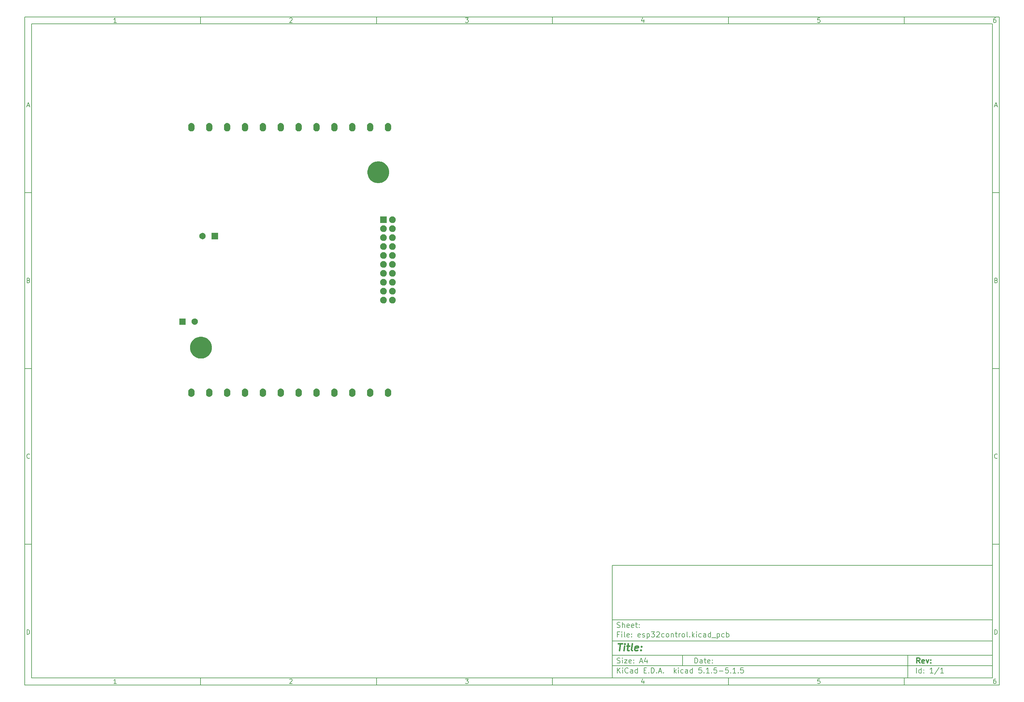
<source format=gbs>
G04 #@! TF.GenerationSoftware,KiCad,Pcbnew,5.1.5-5.1.5*
G04 #@! TF.CreationDate,2020-03-30T20:46:45+02:00*
G04 #@! TF.ProjectId,esp32control,65737033-3263-46f6-9e74-726f6c2e6b69,rev?*
G04 #@! TF.SameCoordinates,Original*
G04 #@! TF.FileFunction,Soldermask,Bot*
G04 #@! TF.FilePolarity,Negative*
%FSLAX46Y46*%
G04 Gerber Fmt 4.6, Leading zero omitted, Abs format (unit mm)*
G04 Created by KiCad (PCBNEW 5.1.5-5.1.5) date 2020-03-30 20:46:45*
%MOMM*%
%LPD*%
G04 APERTURE LIST*
%ADD10C,0.200000*%
%ADD11C,0.150000*%
%ADD12C,0.300000*%
%ADD13C,0.400000*%
G04 APERTURE END LIST*
D10*
D11*
X177002200Y-166007200D02*
X177002200Y-198007200D01*
X285002200Y-198007200D01*
X285002200Y-166007200D01*
X177002200Y-166007200D01*
D10*
D11*
X10000000Y-10000000D02*
X10000000Y-200007200D01*
X287002200Y-200007200D01*
X287002200Y-10000000D01*
X10000000Y-10000000D01*
D10*
D11*
X12000000Y-12000000D02*
X12000000Y-198007200D01*
X285002200Y-198007200D01*
X285002200Y-12000000D01*
X12000000Y-12000000D01*
D10*
D11*
X60000000Y-12000000D02*
X60000000Y-10000000D01*
D10*
D11*
X110000000Y-12000000D02*
X110000000Y-10000000D01*
D10*
D11*
X160000000Y-12000000D02*
X160000000Y-10000000D01*
D10*
D11*
X210000000Y-12000000D02*
X210000000Y-10000000D01*
D10*
D11*
X260000000Y-12000000D02*
X260000000Y-10000000D01*
D10*
D11*
X36065476Y-11588095D02*
X35322619Y-11588095D01*
X35694047Y-11588095D02*
X35694047Y-10288095D01*
X35570238Y-10473809D01*
X35446428Y-10597619D01*
X35322619Y-10659523D01*
D10*
D11*
X85322619Y-10411904D02*
X85384523Y-10350000D01*
X85508333Y-10288095D01*
X85817857Y-10288095D01*
X85941666Y-10350000D01*
X86003571Y-10411904D01*
X86065476Y-10535714D01*
X86065476Y-10659523D01*
X86003571Y-10845238D01*
X85260714Y-11588095D01*
X86065476Y-11588095D01*
D10*
D11*
X135260714Y-10288095D02*
X136065476Y-10288095D01*
X135632142Y-10783333D01*
X135817857Y-10783333D01*
X135941666Y-10845238D01*
X136003571Y-10907142D01*
X136065476Y-11030952D01*
X136065476Y-11340476D01*
X136003571Y-11464285D01*
X135941666Y-11526190D01*
X135817857Y-11588095D01*
X135446428Y-11588095D01*
X135322619Y-11526190D01*
X135260714Y-11464285D01*
D10*
D11*
X185941666Y-10721428D02*
X185941666Y-11588095D01*
X185632142Y-10226190D02*
X185322619Y-11154761D01*
X186127380Y-11154761D01*
D10*
D11*
X236003571Y-10288095D02*
X235384523Y-10288095D01*
X235322619Y-10907142D01*
X235384523Y-10845238D01*
X235508333Y-10783333D01*
X235817857Y-10783333D01*
X235941666Y-10845238D01*
X236003571Y-10907142D01*
X236065476Y-11030952D01*
X236065476Y-11340476D01*
X236003571Y-11464285D01*
X235941666Y-11526190D01*
X235817857Y-11588095D01*
X235508333Y-11588095D01*
X235384523Y-11526190D01*
X235322619Y-11464285D01*
D10*
D11*
X285941666Y-10288095D02*
X285694047Y-10288095D01*
X285570238Y-10350000D01*
X285508333Y-10411904D01*
X285384523Y-10597619D01*
X285322619Y-10845238D01*
X285322619Y-11340476D01*
X285384523Y-11464285D01*
X285446428Y-11526190D01*
X285570238Y-11588095D01*
X285817857Y-11588095D01*
X285941666Y-11526190D01*
X286003571Y-11464285D01*
X286065476Y-11340476D01*
X286065476Y-11030952D01*
X286003571Y-10907142D01*
X285941666Y-10845238D01*
X285817857Y-10783333D01*
X285570238Y-10783333D01*
X285446428Y-10845238D01*
X285384523Y-10907142D01*
X285322619Y-11030952D01*
D10*
D11*
X60000000Y-198007200D02*
X60000000Y-200007200D01*
D10*
D11*
X110000000Y-198007200D02*
X110000000Y-200007200D01*
D10*
D11*
X160000000Y-198007200D02*
X160000000Y-200007200D01*
D10*
D11*
X210000000Y-198007200D02*
X210000000Y-200007200D01*
D10*
D11*
X260000000Y-198007200D02*
X260000000Y-200007200D01*
D10*
D11*
X36065476Y-199595295D02*
X35322619Y-199595295D01*
X35694047Y-199595295D02*
X35694047Y-198295295D01*
X35570238Y-198481009D01*
X35446428Y-198604819D01*
X35322619Y-198666723D01*
D10*
D11*
X85322619Y-198419104D02*
X85384523Y-198357200D01*
X85508333Y-198295295D01*
X85817857Y-198295295D01*
X85941666Y-198357200D01*
X86003571Y-198419104D01*
X86065476Y-198542914D01*
X86065476Y-198666723D01*
X86003571Y-198852438D01*
X85260714Y-199595295D01*
X86065476Y-199595295D01*
D10*
D11*
X135260714Y-198295295D02*
X136065476Y-198295295D01*
X135632142Y-198790533D01*
X135817857Y-198790533D01*
X135941666Y-198852438D01*
X136003571Y-198914342D01*
X136065476Y-199038152D01*
X136065476Y-199347676D01*
X136003571Y-199471485D01*
X135941666Y-199533390D01*
X135817857Y-199595295D01*
X135446428Y-199595295D01*
X135322619Y-199533390D01*
X135260714Y-199471485D01*
D10*
D11*
X185941666Y-198728628D02*
X185941666Y-199595295D01*
X185632142Y-198233390D02*
X185322619Y-199161961D01*
X186127380Y-199161961D01*
D10*
D11*
X236003571Y-198295295D02*
X235384523Y-198295295D01*
X235322619Y-198914342D01*
X235384523Y-198852438D01*
X235508333Y-198790533D01*
X235817857Y-198790533D01*
X235941666Y-198852438D01*
X236003571Y-198914342D01*
X236065476Y-199038152D01*
X236065476Y-199347676D01*
X236003571Y-199471485D01*
X235941666Y-199533390D01*
X235817857Y-199595295D01*
X235508333Y-199595295D01*
X235384523Y-199533390D01*
X235322619Y-199471485D01*
D10*
D11*
X285941666Y-198295295D02*
X285694047Y-198295295D01*
X285570238Y-198357200D01*
X285508333Y-198419104D01*
X285384523Y-198604819D01*
X285322619Y-198852438D01*
X285322619Y-199347676D01*
X285384523Y-199471485D01*
X285446428Y-199533390D01*
X285570238Y-199595295D01*
X285817857Y-199595295D01*
X285941666Y-199533390D01*
X286003571Y-199471485D01*
X286065476Y-199347676D01*
X286065476Y-199038152D01*
X286003571Y-198914342D01*
X285941666Y-198852438D01*
X285817857Y-198790533D01*
X285570238Y-198790533D01*
X285446428Y-198852438D01*
X285384523Y-198914342D01*
X285322619Y-199038152D01*
D10*
D11*
X10000000Y-60000000D02*
X12000000Y-60000000D01*
D10*
D11*
X10000000Y-110000000D02*
X12000000Y-110000000D01*
D10*
D11*
X10000000Y-160000000D02*
X12000000Y-160000000D01*
D10*
D11*
X10690476Y-35216666D02*
X11309523Y-35216666D01*
X10566666Y-35588095D02*
X11000000Y-34288095D01*
X11433333Y-35588095D01*
D10*
D11*
X11092857Y-84907142D02*
X11278571Y-84969047D01*
X11340476Y-85030952D01*
X11402380Y-85154761D01*
X11402380Y-85340476D01*
X11340476Y-85464285D01*
X11278571Y-85526190D01*
X11154761Y-85588095D01*
X10659523Y-85588095D01*
X10659523Y-84288095D01*
X11092857Y-84288095D01*
X11216666Y-84350000D01*
X11278571Y-84411904D01*
X11340476Y-84535714D01*
X11340476Y-84659523D01*
X11278571Y-84783333D01*
X11216666Y-84845238D01*
X11092857Y-84907142D01*
X10659523Y-84907142D01*
D10*
D11*
X11402380Y-135464285D02*
X11340476Y-135526190D01*
X11154761Y-135588095D01*
X11030952Y-135588095D01*
X10845238Y-135526190D01*
X10721428Y-135402380D01*
X10659523Y-135278571D01*
X10597619Y-135030952D01*
X10597619Y-134845238D01*
X10659523Y-134597619D01*
X10721428Y-134473809D01*
X10845238Y-134350000D01*
X11030952Y-134288095D01*
X11154761Y-134288095D01*
X11340476Y-134350000D01*
X11402380Y-134411904D01*
D10*
D11*
X10659523Y-185588095D02*
X10659523Y-184288095D01*
X10969047Y-184288095D01*
X11154761Y-184350000D01*
X11278571Y-184473809D01*
X11340476Y-184597619D01*
X11402380Y-184845238D01*
X11402380Y-185030952D01*
X11340476Y-185278571D01*
X11278571Y-185402380D01*
X11154761Y-185526190D01*
X10969047Y-185588095D01*
X10659523Y-185588095D01*
D10*
D11*
X287002200Y-60000000D02*
X285002200Y-60000000D01*
D10*
D11*
X287002200Y-110000000D02*
X285002200Y-110000000D01*
D10*
D11*
X287002200Y-160000000D02*
X285002200Y-160000000D01*
D10*
D11*
X285692676Y-35216666D02*
X286311723Y-35216666D01*
X285568866Y-35588095D02*
X286002200Y-34288095D01*
X286435533Y-35588095D01*
D10*
D11*
X286095057Y-84907142D02*
X286280771Y-84969047D01*
X286342676Y-85030952D01*
X286404580Y-85154761D01*
X286404580Y-85340476D01*
X286342676Y-85464285D01*
X286280771Y-85526190D01*
X286156961Y-85588095D01*
X285661723Y-85588095D01*
X285661723Y-84288095D01*
X286095057Y-84288095D01*
X286218866Y-84350000D01*
X286280771Y-84411904D01*
X286342676Y-84535714D01*
X286342676Y-84659523D01*
X286280771Y-84783333D01*
X286218866Y-84845238D01*
X286095057Y-84907142D01*
X285661723Y-84907142D01*
D10*
D11*
X286404580Y-135464285D02*
X286342676Y-135526190D01*
X286156961Y-135588095D01*
X286033152Y-135588095D01*
X285847438Y-135526190D01*
X285723628Y-135402380D01*
X285661723Y-135278571D01*
X285599819Y-135030952D01*
X285599819Y-134845238D01*
X285661723Y-134597619D01*
X285723628Y-134473809D01*
X285847438Y-134350000D01*
X286033152Y-134288095D01*
X286156961Y-134288095D01*
X286342676Y-134350000D01*
X286404580Y-134411904D01*
D10*
D11*
X285661723Y-185588095D02*
X285661723Y-184288095D01*
X285971247Y-184288095D01*
X286156961Y-184350000D01*
X286280771Y-184473809D01*
X286342676Y-184597619D01*
X286404580Y-184845238D01*
X286404580Y-185030952D01*
X286342676Y-185278571D01*
X286280771Y-185402380D01*
X286156961Y-185526190D01*
X285971247Y-185588095D01*
X285661723Y-185588095D01*
D10*
D11*
X200434342Y-193785771D02*
X200434342Y-192285771D01*
X200791485Y-192285771D01*
X201005771Y-192357200D01*
X201148628Y-192500057D01*
X201220057Y-192642914D01*
X201291485Y-192928628D01*
X201291485Y-193142914D01*
X201220057Y-193428628D01*
X201148628Y-193571485D01*
X201005771Y-193714342D01*
X200791485Y-193785771D01*
X200434342Y-193785771D01*
X202577200Y-193785771D02*
X202577200Y-193000057D01*
X202505771Y-192857200D01*
X202362914Y-192785771D01*
X202077200Y-192785771D01*
X201934342Y-192857200D01*
X202577200Y-193714342D02*
X202434342Y-193785771D01*
X202077200Y-193785771D01*
X201934342Y-193714342D01*
X201862914Y-193571485D01*
X201862914Y-193428628D01*
X201934342Y-193285771D01*
X202077200Y-193214342D01*
X202434342Y-193214342D01*
X202577200Y-193142914D01*
X203077200Y-192785771D02*
X203648628Y-192785771D01*
X203291485Y-192285771D02*
X203291485Y-193571485D01*
X203362914Y-193714342D01*
X203505771Y-193785771D01*
X203648628Y-193785771D01*
X204720057Y-193714342D02*
X204577200Y-193785771D01*
X204291485Y-193785771D01*
X204148628Y-193714342D01*
X204077200Y-193571485D01*
X204077200Y-193000057D01*
X204148628Y-192857200D01*
X204291485Y-192785771D01*
X204577200Y-192785771D01*
X204720057Y-192857200D01*
X204791485Y-193000057D01*
X204791485Y-193142914D01*
X204077200Y-193285771D01*
X205434342Y-193642914D02*
X205505771Y-193714342D01*
X205434342Y-193785771D01*
X205362914Y-193714342D01*
X205434342Y-193642914D01*
X205434342Y-193785771D01*
X205434342Y-192857200D02*
X205505771Y-192928628D01*
X205434342Y-193000057D01*
X205362914Y-192928628D01*
X205434342Y-192857200D01*
X205434342Y-193000057D01*
D10*
D11*
X177002200Y-194507200D02*
X285002200Y-194507200D01*
D10*
D11*
X178434342Y-196585771D02*
X178434342Y-195085771D01*
X179291485Y-196585771D02*
X178648628Y-195728628D01*
X179291485Y-195085771D02*
X178434342Y-195942914D01*
X179934342Y-196585771D02*
X179934342Y-195585771D01*
X179934342Y-195085771D02*
X179862914Y-195157200D01*
X179934342Y-195228628D01*
X180005771Y-195157200D01*
X179934342Y-195085771D01*
X179934342Y-195228628D01*
X181505771Y-196442914D02*
X181434342Y-196514342D01*
X181220057Y-196585771D01*
X181077200Y-196585771D01*
X180862914Y-196514342D01*
X180720057Y-196371485D01*
X180648628Y-196228628D01*
X180577200Y-195942914D01*
X180577200Y-195728628D01*
X180648628Y-195442914D01*
X180720057Y-195300057D01*
X180862914Y-195157200D01*
X181077200Y-195085771D01*
X181220057Y-195085771D01*
X181434342Y-195157200D01*
X181505771Y-195228628D01*
X182791485Y-196585771D02*
X182791485Y-195800057D01*
X182720057Y-195657200D01*
X182577200Y-195585771D01*
X182291485Y-195585771D01*
X182148628Y-195657200D01*
X182791485Y-196514342D02*
X182648628Y-196585771D01*
X182291485Y-196585771D01*
X182148628Y-196514342D01*
X182077200Y-196371485D01*
X182077200Y-196228628D01*
X182148628Y-196085771D01*
X182291485Y-196014342D01*
X182648628Y-196014342D01*
X182791485Y-195942914D01*
X184148628Y-196585771D02*
X184148628Y-195085771D01*
X184148628Y-196514342D02*
X184005771Y-196585771D01*
X183720057Y-196585771D01*
X183577200Y-196514342D01*
X183505771Y-196442914D01*
X183434342Y-196300057D01*
X183434342Y-195871485D01*
X183505771Y-195728628D01*
X183577200Y-195657200D01*
X183720057Y-195585771D01*
X184005771Y-195585771D01*
X184148628Y-195657200D01*
X186005771Y-195800057D02*
X186505771Y-195800057D01*
X186720057Y-196585771D02*
X186005771Y-196585771D01*
X186005771Y-195085771D01*
X186720057Y-195085771D01*
X187362914Y-196442914D02*
X187434342Y-196514342D01*
X187362914Y-196585771D01*
X187291485Y-196514342D01*
X187362914Y-196442914D01*
X187362914Y-196585771D01*
X188077200Y-196585771D02*
X188077200Y-195085771D01*
X188434342Y-195085771D01*
X188648628Y-195157200D01*
X188791485Y-195300057D01*
X188862914Y-195442914D01*
X188934342Y-195728628D01*
X188934342Y-195942914D01*
X188862914Y-196228628D01*
X188791485Y-196371485D01*
X188648628Y-196514342D01*
X188434342Y-196585771D01*
X188077200Y-196585771D01*
X189577200Y-196442914D02*
X189648628Y-196514342D01*
X189577200Y-196585771D01*
X189505771Y-196514342D01*
X189577200Y-196442914D01*
X189577200Y-196585771D01*
X190220057Y-196157200D02*
X190934342Y-196157200D01*
X190077200Y-196585771D02*
X190577200Y-195085771D01*
X191077200Y-196585771D01*
X191577200Y-196442914D02*
X191648628Y-196514342D01*
X191577200Y-196585771D01*
X191505771Y-196514342D01*
X191577200Y-196442914D01*
X191577200Y-196585771D01*
X194577200Y-196585771D02*
X194577200Y-195085771D01*
X194720057Y-196014342D02*
X195148628Y-196585771D01*
X195148628Y-195585771D02*
X194577200Y-196157200D01*
X195791485Y-196585771D02*
X195791485Y-195585771D01*
X195791485Y-195085771D02*
X195720057Y-195157200D01*
X195791485Y-195228628D01*
X195862914Y-195157200D01*
X195791485Y-195085771D01*
X195791485Y-195228628D01*
X197148628Y-196514342D02*
X197005771Y-196585771D01*
X196720057Y-196585771D01*
X196577200Y-196514342D01*
X196505771Y-196442914D01*
X196434342Y-196300057D01*
X196434342Y-195871485D01*
X196505771Y-195728628D01*
X196577200Y-195657200D01*
X196720057Y-195585771D01*
X197005771Y-195585771D01*
X197148628Y-195657200D01*
X198434342Y-196585771D02*
X198434342Y-195800057D01*
X198362914Y-195657200D01*
X198220057Y-195585771D01*
X197934342Y-195585771D01*
X197791485Y-195657200D01*
X198434342Y-196514342D02*
X198291485Y-196585771D01*
X197934342Y-196585771D01*
X197791485Y-196514342D01*
X197720057Y-196371485D01*
X197720057Y-196228628D01*
X197791485Y-196085771D01*
X197934342Y-196014342D01*
X198291485Y-196014342D01*
X198434342Y-195942914D01*
X199791485Y-196585771D02*
X199791485Y-195085771D01*
X199791485Y-196514342D02*
X199648628Y-196585771D01*
X199362914Y-196585771D01*
X199220057Y-196514342D01*
X199148628Y-196442914D01*
X199077200Y-196300057D01*
X199077200Y-195871485D01*
X199148628Y-195728628D01*
X199220057Y-195657200D01*
X199362914Y-195585771D01*
X199648628Y-195585771D01*
X199791485Y-195657200D01*
X202362914Y-195085771D02*
X201648628Y-195085771D01*
X201577200Y-195800057D01*
X201648628Y-195728628D01*
X201791485Y-195657200D01*
X202148628Y-195657200D01*
X202291485Y-195728628D01*
X202362914Y-195800057D01*
X202434342Y-195942914D01*
X202434342Y-196300057D01*
X202362914Y-196442914D01*
X202291485Y-196514342D01*
X202148628Y-196585771D01*
X201791485Y-196585771D01*
X201648628Y-196514342D01*
X201577200Y-196442914D01*
X203077200Y-196442914D02*
X203148628Y-196514342D01*
X203077200Y-196585771D01*
X203005771Y-196514342D01*
X203077200Y-196442914D01*
X203077200Y-196585771D01*
X204577200Y-196585771D02*
X203720057Y-196585771D01*
X204148628Y-196585771D02*
X204148628Y-195085771D01*
X204005771Y-195300057D01*
X203862914Y-195442914D01*
X203720057Y-195514342D01*
X205220057Y-196442914D02*
X205291485Y-196514342D01*
X205220057Y-196585771D01*
X205148628Y-196514342D01*
X205220057Y-196442914D01*
X205220057Y-196585771D01*
X206648628Y-195085771D02*
X205934342Y-195085771D01*
X205862914Y-195800057D01*
X205934342Y-195728628D01*
X206077200Y-195657200D01*
X206434342Y-195657200D01*
X206577200Y-195728628D01*
X206648628Y-195800057D01*
X206720057Y-195942914D01*
X206720057Y-196300057D01*
X206648628Y-196442914D01*
X206577200Y-196514342D01*
X206434342Y-196585771D01*
X206077200Y-196585771D01*
X205934342Y-196514342D01*
X205862914Y-196442914D01*
X207362914Y-196014342D02*
X208505771Y-196014342D01*
X209934342Y-195085771D02*
X209220057Y-195085771D01*
X209148628Y-195800057D01*
X209220057Y-195728628D01*
X209362914Y-195657200D01*
X209720057Y-195657200D01*
X209862914Y-195728628D01*
X209934342Y-195800057D01*
X210005771Y-195942914D01*
X210005771Y-196300057D01*
X209934342Y-196442914D01*
X209862914Y-196514342D01*
X209720057Y-196585771D01*
X209362914Y-196585771D01*
X209220057Y-196514342D01*
X209148628Y-196442914D01*
X210648628Y-196442914D02*
X210720057Y-196514342D01*
X210648628Y-196585771D01*
X210577200Y-196514342D01*
X210648628Y-196442914D01*
X210648628Y-196585771D01*
X212148628Y-196585771D02*
X211291485Y-196585771D01*
X211720057Y-196585771D02*
X211720057Y-195085771D01*
X211577200Y-195300057D01*
X211434342Y-195442914D01*
X211291485Y-195514342D01*
X212791485Y-196442914D02*
X212862914Y-196514342D01*
X212791485Y-196585771D01*
X212720057Y-196514342D01*
X212791485Y-196442914D01*
X212791485Y-196585771D01*
X214220057Y-195085771D02*
X213505771Y-195085771D01*
X213434342Y-195800057D01*
X213505771Y-195728628D01*
X213648628Y-195657200D01*
X214005771Y-195657200D01*
X214148628Y-195728628D01*
X214220057Y-195800057D01*
X214291485Y-195942914D01*
X214291485Y-196300057D01*
X214220057Y-196442914D01*
X214148628Y-196514342D01*
X214005771Y-196585771D01*
X213648628Y-196585771D01*
X213505771Y-196514342D01*
X213434342Y-196442914D01*
D10*
D11*
X177002200Y-191507200D02*
X285002200Y-191507200D01*
D10*
D12*
X264411485Y-193785771D02*
X263911485Y-193071485D01*
X263554342Y-193785771D02*
X263554342Y-192285771D01*
X264125771Y-192285771D01*
X264268628Y-192357200D01*
X264340057Y-192428628D01*
X264411485Y-192571485D01*
X264411485Y-192785771D01*
X264340057Y-192928628D01*
X264268628Y-193000057D01*
X264125771Y-193071485D01*
X263554342Y-193071485D01*
X265625771Y-193714342D02*
X265482914Y-193785771D01*
X265197200Y-193785771D01*
X265054342Y-193714342D01*
X264982914Y-193571485D01*
X264982914Y-193000057D01*
X265054342Y-192857200D01*
X265197200Y-192785771D01*
X265482914Y-192785771D01*
X265625771Y-192857200D01*
X265697200Y-193000057D01*
X265697200Y-193142914D01*
X264982914Y-193285771D01*
X266197200Y-192785771D02*
X266554342Y-193785771D01*
X266911485Y-192785771D01*
X267482914Y-193642914D02*
X267554342Y-193714342D01*
X267482914Y-193785771D01*
X267411485Y-193714342D01*
X267482914Y-193642914D01*
X267482914Y-193785771D01*
X267482914Y-192857200D02*
X267554342Y-192928628D01*
X267482914Y-193000057D01*
X267411485Y-192928628D01*
X267482914Y-192857200D01*
X267482914Y-193000057D01*
D10*
D11*
X178362914Y-193714342D02*
X178577200Y-193785771D01*
X178934342Y-193785771D01*
X179077200Y-193714342D01*
X179148628Y-193642914D01*
X179220057Y-193500057D01*
X179220057Y-193357200D01*
X179148628Y-193214342D01*
X179077200Y-193142914D01*
X178934342Y-193071485D01*
X178648628Y-193000057D01*
X178505771Y-192928628D01*
X178434342Y-192857200D01*
X178362914Y-192714342D01*
X178362914Y-192571485D01*
X178434342Y-192428628D01*
X178505771Y-192357200D01*
X178648628Y-192285771D01*
X179005771Y-192285771D01*
X179220057Y-192357200D01*
X179862914Y-193785771D02*
X179862914Y-192785771D01*
X179862914Y-192285771D02*
X179791485Y-192357200D01*
X179862914Y-192428628D01*
X179934342Y-192357200D01*
X179862914Y-192285771D01*
X179862914Y-192428628D01*
X180434342Y-192785771D02*
X181220057Y-192785771D01*
X180434342Y-193785771D01*
X181220057Y-193785771D01*
X182362914Y-193714342D02*
X182220057Y-193785771D01*
X181934342Y-193785771D01*
X181791485Y-193714342D01*
X181720057Y-193571485D01*
X181720057Y-193000057D01*
X181791485Y-192857200D01*
X181934342Y-192785771D01*
X182220057Y-192785771D01*
X182362914Y-192857200D01*
X182434342Y-193000057D01*
X182434342Y-193142914D01*
X181720057Y-193285771D01*
X183077200Y-193642914D02*
X183148628Y-193714342D01*
X183077200Y-193785771D01*
X183005771Y-193714342D01*
X183077200Y-193642914D01*
X183077200Y-193785771D01*
X183077200Y-192857200D02*
X183148628Y-192928628D01*
X183077200Y-193000057D01*
X183005771Y-192928628D01*
X183077200Y-192857200D01*
X183077200Y-193000057D01*
X184862914Y-193357200D02*
X185577200Y-193357200D01*
X184720057Y-193785771D02*
X185220057Y-192285771D01*
X185720057Y-193785771D01*
X186862914Y-192785771D02*
X186862914Y-193785771D01*
X186505771Y-192214342D02*
X186148628Y-193285771D01*
X187077200Y-193285771D01*
D10*
D11*
X263434342Y-196585771D02*
X263434342Y-195085771D01*
X264791485Y-196585771D02*
X264791485Y-195085771D01*
X264791485Y-196514342D02*
X264648628Y-196585771D01*
X264362914Y-196585771D01*
X264220057Y-196514342D01*
X264148628Y-196442914D01*
X264077200Y-196300057D01*
X264077200Y-195871485D01*
X264148628Y-195728628D01*
X264220057Y-195657200D01*
X264362914Y-195585771D01*
X264648628Y-195585771D01*
X264791485Y-195657200D01*
X265505771Y-196442914D02*
X265577200Y-196514342D01*
X265505771Y-196585771D01*
X265434342Y-196514342D01*
X265505771Y-196442914D01*
X265505771Y-196585771D01*
X265505771Y-195657200D02*
X265577200Y-195728628D01*
X265505771Y-195800057D01*
X265434342Y-195728628D01*
X265505771Y-195657200D01*
X265505771Y-195800057D01*
X268148628Y-196585771D02*
X267291485Y-196585771D01*
X267720057Y-196585771D02*
X267720057Y-195085771D01*
X267577200Y-195300057D01*
X267434342Y-195442914D01*
X267291485Y-195514342D01*
X269862914Y-195014342D02*
X268577200Y-196942914D01*
X271148628Y-196585771D02*
X270291485Y-196585771D01*
X270720057Y-196585771D02*
X270720057Y-195085771D01*
X270577200Y-195300057D01*
X270434342Y-195442914D01*
X270291485Y-195514342D01*
D10*
D11*
X177002200Y-187507200D02*
X285002200Y-187507200D01*
D10*
D13*
X178714580Y-188211961D02*
X179857438Y-188211961D01*
X179036009Y-190211961D02*
X179286009Y-188211961D01*
X180274104Y-190211961D02*
X180440771Y-188878628D01*
X180524104Y-188211961D02*
X180416961Y-188307200D01*
X180500295Y-188402438D01*
X180607438Y-188307200D01*
X180524104Y-188211961D01*
X180500295Y-188402438D01*
X181107438Y-188878628D02*
X181869342Y-188878628D01*
X181476485Y-188211961D02*
X181262200Y-189926247D01*
X181333628Y-190116723D01*
X181512200Y-190211961D01*
X181702676Y-190211961D01*
X182655057Y-190211961D02*
X182476485Y-190116723D01*
X182405057Y-189926247D01*
X182619342Y-188211961D01*
X184190771Y-190116723D02*
X183988390Y-190211961D01*
X183607438Y-190211961D01*
X183428866Y-190116723D01*
X183357438Y-189926247D01*
X183452676Y-189164342D01*
X183571723Y-188973866D01*
X183774104Y-188878628D01*
X184155057Y-188878628D01*
X184333628Y-188973866D01*
X184405057Y-189164342D01*
X184381247Y-189354819D01*
X183405057Y-189545295D01*
X185155057Y-190021485D02*
X185238390Y-190116723D01*
X185131247Y-190211961D01*
X185047914Y-190116723D01*
X185155057Y-190021485D01*
X185131247Y-190211961D01*
X185286009Y-188973866D02*
X185369342Y-189069104D01*
X185262200Y-189164342D01*
X185178866Y-189069104D01*
X185286009Y-188973866D01*
X185262200Y-189164342D01*
D10*
D11*
X178934342Y-185600057D02*
X178434342Y-185600057D01*
X178434342Y-186385771D02*
X178434342Y-184885771D01*
X179148628Y-184885771D01*
X179720057Y-186385771D02*
X179720057Y-185385771D01*
X179720057Y-184885771D02*
X179648628Y-184957200D01*
X179720057Y-185028628D01*
X179791485Y-184957200D01*
X179720057Y-184885771D01*
X179720057Y-185028628D01*
X180648628Y-186385771D02*
X180505771Y-186314342D01*
X180434342Y-186171485D01*
X180434342Y-184885771D01*
X181791485Y-186314342D02*
X181648628Y-186385771D01*
X181362914Y-186385771D01*
X181220057Y-186314342D01*
X181148628Y-186171485D01*
X181148628Y-185600057D01*
X181220057Y-185457200D01*
X181362914Y-185385771D01*
X181648628Y-185385771D01*
X181791485Y-185457200D01*
X181862914Y-185600057D01*
X181862914Y-185742914D01*
X181148628Y-185885771D01*
X182505771Y-186242914D02*
X182577200Y-186314342D01*
X182505771Y-186385771D01*
X182434342Y-186314342D01*
X182505771Y-186242914D01*
X182505771Y-186385771D01*
X182505771Y-185457200D02*
X182577200Y-185528628D01*
X182505771Y-185600057D01*
X182434342Y-185528628D01*
X182505771Y-185457200D01*
X182505771Y-185600057D01*
X184934342Y-186314342D02*
X184791485Y-186385771D01*
X184505771Y-186385771D01*
X184362914Y-186314342D01*
X184291485Y-186171485D01*
X184291485Y-185600057D01*
X184362914Y-185457200D01*
X184505771Y-185385771D01*
X184791485Y-185385771D01*
X184934342Y-185457200D01*
X185005771Y-185600057D01*
X185005771Y-185742914D01*
X184291485Y-185885771D01*
X185577200Y-186314342D02*
X185720057Y-186385771D01*
X186005771Y-186385771D01*
X186148628Y-186314342D01*
X186220057Y-186171485D01*
X186220057Y-186100057D01*
X186148628Y-185957200D01*
X186005771Y-185885771D01*
X185791485Y-185885771D01*
X185648628Y-185814342D01*
X185577200Y-185671485D01*
X185577200Y-185600057D01*
X185648628Y-185457200D01*
X185791485Y-185385771D01*
X186005771Y-185385771D01*
X186148628Y-185457200D01*
X186862914Y-185385771D02*
X186862914Y-186885771D01*
X186862914Y-185457200D02*
X187005771Y-185385771D01*
X187291485Y-185385771D01*
X187434342Y-185457200D01*
X187505771Y-185528628D01*
X187577200Y-185671485D01*
X187577200Y-186100057D01*
X187505771Y-186242914D01*
X187434342Y-186314342D01*
X187291485Y-186385771D01*
X187005771Y-186385771D01*
X186862914Y-186314342D01*
X188077200Y-184885771D02*
X189005771Y-184885771D01*
X188505771Y-185457200D01*
X188720057Y-185457200D01*
X188862914Y-185528628D01*
X188934342Y-185600057D01*
X189005771Y-185742914D01*
X189005771Y-186100057D01*
X188934342Y-186242914D01*
X188862914Y-186314342D01*
X188720057Y-186385771D01*
X188291485Y-186385771D01*
X188148628Y-186314342D01*
X188077200Y-186242914D01*
X189577200Y-185028628D02*
X189648628Y-184957200D01*
X189791485Y-184885771D01*
X190148628Y-184885771D01*
X190291485Y-184957200D01*
X190362914Y-185028628D01*
X190434342Y-185171485D01*
X190434342Y-185314342D01*
X190362914Y-185528628D01*
X189505771Y-186385771D01*
X190434342Y-186385771D01*
X191720057Y-186314342D02*
X191577200Y-186385771D01*
X191291485Y-186385771D01*
X191148628Y-186314342D01*
X191077200Y-186242914D01*
X191005771Y-186100057D01*
X191005771Y-185671485D01*
X191077200Y-185528628D01*
X191148628Y-185457200D01*
X191291485Y-185385771D01*
X191577200Y-185385771D01*
X191720057Y-185457200D01*
X192577200Y-186385771D02*
X192434342Y-186314342D01*
X192362914Y-186242914D01*
X192291485Y-186100057D01*
X192291485Y-185671485D01*
X192362914Y-185528628D01*
X192434342Y-185457200D01*
X192577200Y-185385771D01*
X192791485Y-185385771D01*
X192934342Y-185457200D01*
X193005771Y-185528628D01*
X193077200Y-185671485D01*
X193077200Y-186100057D01*
X193005771Y-186242914D01*
X192934342Y-186314342D01*
X192791485Y-186385771D01*
X192577200Y-186385771D01*
X193720057Y-185385771D02*
X193720057Y-186385771D01*
X193720057Y-185528628D02*
X193791485Y-185457200D01*
X193934342Y-185385771D01*
X194148628Y-185385771D01*
X194291485Y-185457200D01*
X194362914Y-185600057D01*
X194362914Y-186385771D01*
X194862914Y-185385771D02*
X195434342Y-185385771D01*
X195077200Y-184885771D02*
X195077200Y-186171485D01*
X195148628Y-186314342D01*
X195291485Y-186385771D01*
X195434342Y-186385771D01*
X195934342Y-186385771D02*
X195934342Y-185385771D01*
X195934342Y-185671485D02*
X196005771Y-185528628D01*
X196077200Y-185457200D01*
X196220057Y-185385771D01*
X196362914Y-185385771D01*
X197077200Y-186385771D02*
X196934342Y-186314342D01*
X196862914Y-186242914D01*
X196791485Y-186100057D01*
X196791485Y-185671485D01*
X196862914Y-185528628D01*
X196934342Y-185457200D01*
X197077200Y-185385771D01*
X197291485Y-185385771D01*
X197434342Y-185457200D01*
X197505771Y-185528628D01*
X197577200Y-185671485D01*
X197577200Y-186100057D01*
X197505771Y-186242914D01*
X197434342Y-186314342D01*
X197291485Y-186385771D01*
X197077200Y-186385771D01*
X198434342Y-186385771D02*
X198291485Y-186314342D01*
X198220057Y-186171485D01*
X198220057Y-184885771D01*
X199005771Y-186242914D02*
X199077200Y-186314342D01*
X199005771Y-186385771D01*
X198934342Y-186314342D01*
X199005771Y-186242914D01*
X199005771Y-186385771D01*
X199720057Y-186385771D02*
X199720057Y-184885771D01*
X199862914Y-185814342D02*
X200291485Y-186385771D01*
X200291485Y-185385771D02*
X199720057Y-185957200D01*
X200934342Y-186385771D02*
X200934342Y-185385771D01*
X200934342Y-184885771D02*
X200862914Y-184957200D01*
X200934342Y-185028628D01*
X201005771Y-184957200D01*
X200934342Y-184885771D01*
X200934342Y-185028628D01*
X202291485Y-186314342D02*
X202148628Y-186385771D01*
X201862914Y-186385771D01*
X201720057Y-186314342D01*
X201648628Y-186242914D01*
X201577200Y-186100057D01*
X201577200Y-185671485D01*
X201648628Y-185528628D01*
X201720057Y-185457200D01*
X201862914Y-185385771D01*
X202148628Y-185385771D01*
X202291485Y-185457200D01*
X203577200Y-186385771D02*
X203577200Y-185600057D01*
X203505771Y-185457200D01*
X203362914Y-185385771D01*
X203077200Y-185385771D01*
X202934342Y-185457200D01*
X203577200Y-186314342D02*
X203434342Y-186385771D01*
X203077200Y-186385771D01*
X202934342Y-186314342D01*
X202862914Y-186171485D01*
X202862914Y-186028628D01*
X202934342Y-185885771D01*
X203077200Y-185814342D01*
X203434342Y-185814342D01*
X203577200Y-185742914D01*
X204934342Y-186385771D02*
X204934342Y-184885771D01*
X204934342Y-186314342D02*
X204791485Y-186385771D01*
X204505771Y-186385771D01*
X204362914Y-186314342D01*
X204291485Y-186242914D01*
X204220057Y-186100057D01*
X204220057Y-185671485D01*
X204291485Y-185528628D01*
X204362914Y-185457200D01*
X204505771Y-185385771D01*
X204791485Y-185385771D01*
X204934342Y-185457200D01*
X205291485Y-186528628D02*
X206434342Y-186528628D01*
X206791485Y-185385771D02*
X206791485Y-186885771D01*
X206791485Y-185457200D02*
X206934342Y-185385771D01*
X207220057Y-185385771D01*
X207362914Y-185457200D01*
X207434342Y-185528628D01*
X207505771Y-185671485D01*
X207505771Y-186100057D01*
X207434342Y-186242914D01*
X207362914Y-186314342D01*
X207220057Y-186385771D01*
X206934342Y-186385771D01*
X206791485Y-186314342D01*
X208791485Y-186314342D02*
X208648628Y-186385771D01*
X208362914Y-186385771D01*
X208220057Y-186314342D01*
X208148628Y-186242914D01*
X208077200Y-186100057D01*
X208077200Y-185671485D01*
X208148628Y-185528628D01*
X208220057Y-185457200D01*
X208362914Y-185385771D01*
X208648628Y-185385771D01*
X208791485Y-185457200D01*
X209434342Y-186385771D02*
X209434342Y-184885771D01*
X209434342Y-185457200D02*
X209577200Y-185385771D01*
X209862914Y-185385771D01*
X210005771Y-185457200D01*
X210077200Y-185528628D01*
X210148628Y-185671485D01*
X210148628Y-186100057D01*
X210077200Y-186242914D01*
X210005771Y-186314342D01*
X209862914Y-186385771D01*
X209577200Y-186385771D01*
X209434342Y-186314342D01*
D10*
D11*
X177002200Y-181507200D02*
X285002200Y-181507200D01*
D10*
D11*
X178362914Y-183614342D02*
X178577200Y-183685771D01*
X178934342Y-183685771D01*
X179077200Y-183614342D01*
X179148628Y-183542914D01*
X179220057Y-183400057D01*
X179220057Y-183257200D01*
X179148628Y-183114342D01*
X179077200Y-183042914D01*
X178934342Y-182971485D01*
X178648628Y-182900057D01*
X178505771Y-182828628D01*
X178434342Y-182757200D01*
X178362914Y-182614342D01*
X178362914Y-182471485D01*
X178434342Y-182328628D01*
X178505771Y-182257200D01*
X178648628Y-182185771D01*
X179005771Y-182185771D01*
X179220057Y-182257200D01*
X179862914Y-183685771D02*
X179862914Y-182185771D01*
X180505771Y-183685771D02*
X180505771Y-182900057D01*
X180434342Y-182757200D01*
X180291485Y-182685771D01*
X180077200Y-182685771D01*
X179934342Y-182757200D01*
X179862914Y-182828628D01*
X181791485Y-183614342D02*
X181648628Y-183685771D01*
X181362914Y-183685771D01*
X181220057Y-183614342D01*
X181148628Y-183471485D01*
X181148628Y-182900057D01*
X181220057Y-182757200D01*
X181362914Y-182685771D01*
X181648628Y-182685771D01*
X181791485Y-182757200D01*
X181862914Y-182900057D01*
X181862914Y-183042914D01*
X181148628Y-183185771D01*
X183077200Y-183614342D02*
X182934342Y-183685771D01*
X182648628Y-183685771D01*
X182505771Y-183614342D01*
X182434342Y-183471485D01*
X182434342Y-182900057D01*
X182505771Y-182757200D01*
X182648628Y-182685771D01*
X182934342Y-182685771D01*
X183077200Y-182757200D01*
X183148628Y-182900057D01*
X183148628Y-183042914D01*
X182434342Y-183185771D01*
X183577200Y-182685771D02*
X184148628Y-182685771D01*
X183791485Y-182185771D02*
X183791485Y-183471485D01*
X183862914Y-183614342D01*
X184005771Y-183685771D01*
X184148628Y-183685771D01*
X184648628Y-183542914D02*
X184720057Y-183614342D01*
X184648628Y-183685771D01*
X184577200Y-183614342D01*
X184648628Y-183542914D01*
X184648628Y-183685771D01*
X184648628Y-182757200D02*
X184720057Y-182828628D01*
X184648628Y-182900057D01*
X184577200Y-182828628D01*
X184648628Y-182757200D01*
X184648628Y-182900057D01*
D10*
D11*
X197002200Y-191507200D02*
X197002200Y-194507200D01*
D10*
D11*
X261002200Y-191507200D02*
X261002200Y-198007200D01*
D10*
G36*
X57544926Y-115681522D02*
G01*
X57544929Y-115681523D01*
X57544930Y-115681523D01*
X57714580Y-115732986D01*
X57714582Y-115732987D01*
X57714585Y-115732988D01*
X57870932Y-115816556D01*
X58007975Y-115929025D01*
X58120444Y-116066069D01*
X58204012Y-116222414D01*
X58255478Y-116392073D01*
X58268500Y-116524289D01*
X58268500Y-117212710D01*
X58255478Y-117344926D01*
X58255477Y-117344928D01*
X58255477Y-117344931D01*
X58204014Y-117514581D01*
X58204012Y-117514584D01*
X58204012Y-117514585D01*
X58120444Y-117670932D01*
X58007975Y-117807975D01*
X57870931Y-117920444D01*
X57714586Y-118004012D01*
X57714583Y-118004013D01*
X57714581Y-118004014D01*
X57544931Y-118055477D01*
X57544930Y-118055477D01*
X57544927Y-118055478D01*
X57368500Y-118072854D01*
X57192074Y-118055478D01*
X57192071Y-118055477D01*
X57192070Y-118055477D01*
X57022420Y-118004014D01*
X57022418Y-118004013D01*
X57022415Y-118004012D01*
X56866070Y-117920444D01*
X56729026Y-117807975D01*
X56616557Y-117670931D01*
X56532986Y-117514581D01*
X56481522Y-117344932D01*
X56468500Y-117212711D01*
X56468500Y-116524290D01*
X56481522Y-116392074D01*
X56481523Y-116392070D01*
X56532986Y-116222420D01*
X56532987Y-116222418D01*
X56532988Y-116222415D01*
X56616556Y-116066068D01*
X56729025Y-115929025D01*
X56866069Y-115816556D01*
X57022414Y-115732988D01*
X57022417Y-115732987D01*
X57022419Y-115732986D01*
X57192069Y-115681523D01*
X57192070Y-115681523D01*
X57192073Y-115681522D01*
X57368500Y-115664146D01*
X57544926Y-115681522D01*
G37*
G36*
X62624926Y-115681522D02*
G01*
X62624929Y-115681523D01*
X62624930Y-115681523D01*
X62794580Y-115732986D01*
X62794582Y-115732987D01*
X62794585Y-115732988D01*
X62950932Y-115816556D01*
X63087975Y-115929025D01*
X63200444Y-116066069D01*
X63284012Y-116222414D01*
X63335478Y-116392073D01*
X63348500Y-116524289D01*
X63348500Y-117212710D01*
X63335478Y-117344926D01*
X63335477Y-117344928D01*
X63335477Y-117344931D01*
X63284014Y-117514581D01*
X63284012Y-117514584D01*
X63284012Y-117514585D01*
X63200444Y-117670932D01*
X63087975Y-117807975D01*
X62950931Y-117920444D01*
X62794586Y-118004012D01*
X62794583Y-118004013D01*
X62794581Y-118004014D01*
X62624931Y-118055477D01*
X62624930Y-118055477D01*
X62624927Y-118055478D01*
X62448500Y-118072854D01*
X62272074Y-118055478D01*
X62272071Y-118055477D01*
X62272070Y-118055477D01*
X62102420Y-118004014D01*
X62102418Y-118004013D01*
X62102415Y-118004012D01*
X61946070Y-117920444D01*
X61809026Y-117807975D01*
X61696557Y-117670931D01*
X61612986Y-117514581D01*
X61561522Y-117344932D01*
X61548500Y-117212711D01*
X61548500Y-116524290D01*
X61561522Y-116392074D01*
X61561523Y-116392070D01*
X61612986Y-116222420D01*
X61612987Y-116222418D01*
X61612988Y-116222415D01*
X61696556Y-116066068D01*
X61809025Y-115929025D01*
X61946069Y-115816556D01*
X62102414Y-115732988D01*
X62102417Y-115732987D01*
X62102419Y-115732986D01*
X62272069Y-115681523D01*
X62272070Y-115681523D01*
X62272073Y-115681522D01*
X62448500Y-115664146D01*
X62624926Y-115681522D01*
G37*
G36*
X113424926Y-115681522D02*
G01*
X113424929Y-115681523D01*
X113424930Y-115681523D01*
X113594580Y-115732986D01*
X113594582Y-115732987D01*
X113594585Y-115732988D01*
X113750932Y-115816556D01*
X113887975Y-115929025D01*
X114000444Y-116066069D01*
X114084012Y-116222414D01*
X114135478Y-116392073D01*
X114148500Y-116524289D01*
X114148500Y-117212710D01*
X114135478Y-117344926D01*
X114135477Y-117344928D01*
X114135477Y-117344931D01*
X114084014Y-117514581D01*
X114084012Y-117514584D01*
X114084012Y-117514585D01*
X114000444Y-117670932D01*
X113887975Y-117807975D01*
X113750931Y-117920444D01*
X113594586Y-118004012D01*
X113594583Y-118004013D01*
X113594581Y-118004014D01*
X113424931Y-118055477D01*
X113424930Y-118055477D01*
X113424927Y-118055478D01*
X113248500Y-118072854D01*
X113072074Y-118055478D01*
X113072071Y-118055477D01*
X113072070Y-118055477D01*
X112902420Y-118004014D01*
X112902418Y-118004013D01*
X112902415Y-118004012D01*
X112746070Y-117920444D01*
X112609026Y-117807975D01*
X112496557Y-117670931D01*
X112412986Y-117514581D01*
X112361522Y-117344932D01*
X112348500Y-117212711D01*
X112348500Y-116524290D01*
X112361522Y-116392074D01*
X112361523Y-116392070D01*
X112412986Y-116222420D01*
X112412987Y-116222418D01*
X112412988Y-116222415D01*
X112496556Y-116066068D01*
X112609025Y-115929025D01*
X112746069Y-115816556D01*
X112902414Y-115732988D01*
X112902417Y-115732987D01*
X112902419Y-115732986D01*
X113072069Y-115681523D01*
X113072070Y-115681523D01*
X113072073Y-115681522D01*
X113248500Y-115664146D01*
X113424926Y-115681522D01*
G37*
G36*
X108344926Y-115681522D02*
G01*
X108344929Y-115681523D01*
X108344930Y-115681523D01*
X108514580Y-115732986D01*
X108514582Y-115732987D01*
X108514585Y-115732988D01*
X108670932Y-115816556D01*
X108807975Y-115929025D01*
X108920444Y-116066069D01*
X109004012Y-116222414D01*
X109055478Y-116392073D01*
X109068500Y-116524289D01*
X109068500Y-117212710D01*
X109055478Y-117344926D01*
X109055477Y-117344928D01*
X109055477Y-117344931D01*
X109004014Y-117514581D01*
X109004012Y-117514584D01*
X109004012Y-117514585D01*
X108920444Y-117670932D01*
X108807975Y-117807975D01*
X108670931Y-117920444D01*
X108514586Y-118004012D01*
X108514583Y-118004013D01*
X108514581Y-118004014D01*
X108344931Y-118055477D01*
X108344930Y-118055477D01*
X108344927Y-118055478D01*
X108168500Y-118072854D01*
X107992074Y-118055478D01*
X107992071Y-118055477D01*
X107992070Y-118055477D01*
X107822420Y-118004014D01*
X107822418Y-118004013D01*
X107822415Y-118004012D01*
X107666070Y-117920444D01*
X107529026Y-117807975D01*
X107416557Y-117670931D01*
X107332986Y-117514581D01*
X107281522Y-117344932D01*
X107268500Y-117212711D01*
X107268500Y-116524290D01*
X107281522Y-116392074D01*
X107281523Y-116392070D01*
X107332986Y-116222420D01*
X107332987Y-116222418D01*
X107332988Y-116222415D01*
X107416556Y-116066068D01*
X107529025Y-115929025D01*
X107666069Y-115816556D01*
X107822414Y-115732988D01*
X107822417Y-115732987D01*
X107822419Y-115732986D01*
X107992069Y-115681523D01*
X107992070Y-115681523D01*
X107992073Y-115681522D01*
X108168500Y-115664146D01*
X108344926Y-115681522D01*
G37*
G36*
X103264926Y-115681522D02*
G01*
X103264929Y-115681523D01*
X103264930Y-115681523D01*
X103434580Y-115732986D01*
X103434582Y-115732987D01*
X103434585Y-115732988D01*
X103590932Y-115816556D01*
X103727975Y-115929025D01*
X103840444Y-116066069D01*
X103924012Y-116222414D01*
X103975478Y-116392073D01*
X103988500Y-116524289D01*
X103988500Y-117212710D01*
X103975478Y-117344926D01*
X103975477Y-117344928D01*
X103975477Y-117344931D01*
X103924014Y-117514581D01*
X103924012Y-117514584D01*
X103924012Y-117514585D01*
X103840444Y-117670932D01*
X103727975Y-117807975D01*
X103590931Y-117920444D01*
X103434586Y-118004012D01*
X103434583Y-118004013D01*
X103434581Y-118004014D01*
X103264931Y-118055477D01*
X103264930Y-118055477D01*
X103264927Y-118055478D01*
X103088500Y-118072854D01*
X102912074Y-118055478D01*
X102912071Y-118055477D01*
X102912070Y-118055477D01*
X102742420Y-118004014D01*
X102742418Y-118004013D01*
X102742415Y-118004012D01*
X102586070Y-117920444D01*
X102449026Y-117807975D01*
X102336557Y-117670931D01*
X102252986Y-117514581D01*
X102201522Y-117344932D01*
X102188500Y-117212711D01*
X102188500Y-116524290D01*
X102201522Y-116392074D01*
X102201523Y-116392070D01*
X102252986Y-116222420D01*
X102252987Y-116222418D01*
X102252988Y-116222415D01*
X102336556Y-116066068D01*
X102449025Y-115929025D01*
X102586069Y-115816556D01*
X102742414Y-115732988D01*
X102742417Y-115732987D01*
X102742419Y-115732986D01*
X102912069Y-115681523D01*
X102912070Y-115681523D01*
X102912073Y-115681522D01*
X103088500Y-115664146D01*
X103264926Y-115681522D01*
G37*
G36*
X98184926Y-115681522D02*
G01*
X98184929Y-115681523D01*
X98184930Y-115681523D01*
X98354580Y-115732986D01*
X98354582Y-115732987D01*
X98354585Y-115732988D01*
X98510932Y-115816556D01*
X98647975Y-115929025D01*
X98760444Y-116066069D01*
X98844012Y-116222414D01*
X98895478Y-116392073D01*
X98908500Y-116524289D01*
X98908500Y-117212710D01*
X98895478Y-117344926D01*
X98895477Y-117344928D01*
X98895477Y-117344931D01*
X98844014Y-117514581D01*
X98844012Y-117514584D01*
X98844012Y-117514585D01*
X98760444Y-117670932D01*
X98647975Y-117807975D01*
X98510931Y-117920444D01*
X98354586Y-118004012D01*
X98354583Y-118004013D01*
X98354581Y-118004014D01*
X98184931Y-118055477D01*
X98184930Y-118055477D01*
X98184927Y-118055478D01*
X98008500Y-118072854D01*
X97832074Y-118055478D01*
X97832071Y-118055477D01*
X97832070Y-118055477D01*
X97662420Y-118004014D01*
X97662418Y-118004013D01*
X97662415Y-118004012D01*
X97506070Y-117920444D01*
X97369026Y-117807975D01*
X97256557Y-117670931D01*
X97172986Y-117514581D01*
X97121522Y-117344932D01*
X97108500Y-117212711D01*
X97108500Y-116524290D01*
X97121522Y-116392074D01*
X97121523Y-116392070D01*
X97172986Y-116222420D01*
X97172987Y-116222418D01*
X97172988Y-116222415D01*
X97256556Y-116066068D01*
X97369025Y-115929025D01*
X97506069Y-115816556D01*
X97662414Y-115732988D01*
X97662417Y-115732987D01*
X97662419Y-115732986D01*
X97832069Y-115681523D01*
X97832070Y-115681523D01*
X97832073Y-115681522D01*
X98008500Y-115664146D01*
X98184926Y-115681522D01*
G37*
G36*
X93104926Y-115681522D02*
G01*
X93104929Y-115681523D01*
X93104930Y-115681523D01*
X93274580Y-115732986D01*
X93274582Y-115732987D01*
X93274585Y-115732988D01*
X93430932Y-115816556D01*
X93567975Y-115929025D01*
X93680444Y-116066069D01*
X93764012Y-116222414D01*
X93815478Y-116392073D01*
X93828500Y-116524289D01*
X93828500Y-117212710D01*
X93815478Y-117344926D01*
X93815477Y-117344928D01*
X93815477Y-117344931D01*
X93764014Y-117514581D01*
X93764012Y-117514584D01*
X93764012Y-117514585D01*
X93680444Y-117670932D01*
X93567975Y-117807975D01*
X93430931Y-117920444D01*
X93274586Y-118004012D01*
X93274583Y-118004013D01*
X93274581Y-118004014D01*
X93104931Y-118055477D01*
X93104930Y-118055477D01*
X93104927Y-118055478D01*
X92928500Y-118072854D01*
X92752074Y-118055478D01*
X92752071Y-118055477D01*
X92752070Y-118055477D01*
X92582420Y-118004014D01*
X92582418Y-118004013D01*
X92582415Y-118004012D01*
X92426070Y-117920444D01*
X92289026Y-117807975D01*
X92176557Y-117670931D01*
X92092986Y-117514581D01*
X92041522Y-117344932D01*
X92028500Y-117212711D01*
X92028500Y-116524290D01*
X92041522Y-116392074D01*
X92041523Y-116392070D01*
X92092986Y-116222420D01*
X92092987Y-116222418D01*
X92092988Y-116222415D01*
X92176556Y-116066068D01*
X92289025Y-115929025D01*
X92426069Y-115816556D01*
X92582414Y-115732988D01*
X92582417Y-115732987D01*
X92582419Y-115732986D01*
X92752069Y-115681523D01*
X92752070Y-115681523D01*
X92752073Y-115681522D01*
X92928500Y-115664146D01*
X93104926Y-115681522D01*
G37*
G36*
X82944926Y-115681522D02*
G01*
X82944929Y-115681523D01*
X82944930Y-115681523D01*
X83114580Y-115732986D01*
X83114582Y-115732987D01*
X83114585Y-115732988D01*
X83270932Y-115816556D01*
X83407975Y-115929025D01*
X83520444Y-116066069D01*
X83604012Y-116222414D01*
X83655478Y-116392073D01*
X83668500Y-116524289D01*
X83668500Y-117212710D01*
X83655478Y-117344926D01*
X83655477Y-117344928D01*
X83655477Y-117344931D01*
X83604014Y-117514581D01*
X83604012Y-117514584D01*
X83604012Y-117514585D01*
X83520444Y-117670932D01*
X83407975Y-117807975D01*
X83270931Y-117920444D01*
X83114586Y-118004012D01*
X83114583Y-118004013D01*
X83114581Y-118004014D01*
X82944931Y-118055477D01*
X82944930Y-118055477D01*
X82944927Y-118055478D01*
X82768500Y-118072854D01*
X82592074Y-118055478D01*
X82592071Y-118055477D01*
X82592070Y-118055477D01*
X82422420Y-118004014D01*
X82422418Y-118004013D01*
X82422415Y-118004012D01*
X82266070Y-117920444D01*
X82129026Y-117807975D01*
X82016557Y-117670931D01*
X81932986Y-117514581D01*
X81881522Y-117344932D01*
X81868500Y-117212711D01*
X81868500Y-116524290D01*
X81881522Y-116392074D01*
X81881523Y-116392070D01*
X81932986Y-116222420D01*
X81932987Y-116222418D01*
X81932988Y-116222415D01*
X82016556Y-116066068D01*
X82129025Y-115929025D01*
X82266069Y-115816556D01*
X82422414Y-115732988D01*
X82422417Y-115732987D01*
X82422419Y-115732986D01*
X82592069Y-115681523D01*
X82592070Y-115681523D01*
X82592073Y-115681522D01*
X82768500Y-115664146D01*
X82944926Y-115681522D01*
G37*
G36*
X77864926Y-115681522D02*
G01*
X77864929Y-115681523D01*
X77864930Y-115681523D01*
X78034580Y-115732986D01*
X78034582Y-115732987D01*
X78034585Y-115732988D01*
X78190932Y-115816556D01*
X78327975Y-115929025D01*
X78440444Y-116066069D01*
X78524012Y-116222414D01*
X78575478Y-116392073D01*
X78588500Y-116524289D01*
X78588500Y-117212710D01*
X78575478Y-117344926D01*
X78575477Y-117344928D01*
X78575477Y-117344931D01*
X78524014Y-117514581D01*
X78524012Y-117514584D01*
X78524012Y-117514585D01*
X78440444Y-117670932D01*
X78327975Y-117807975D01*
X78190931Y-117920444D01*
X78034586Y-118004012D01*
X78034583Y-118004013D01*
X78034581Y-118004014D01*
X77864931Y-118055477D01*
X77864930Y-118055477D01*
X77864927Y-118055478D01*
X77688500Y-118072854D01*
X77512074Y-118055478D01*
X77512071Y-118055477D01*
X77512070Y-118055477D01*
X77342420Y-118004014D01*
X77342418Y-118004013D01*
X77342415Y-118004012D01*
X77186070Y-117920444D01*
X77049026Y-117807975D01*
X76936557Y-117670931D01*
X76852986Y-117514581D01*
X76801522Y-117344932D01*
X76788500Y-117212711D01*
X76788500Y-116524290D01*
X76801522Y-116392074D01*
X76801523Y-116392070D01*
X76852986Y-116222420D01*
X76852987Y-116222418D01*
X76852988Y-116222415D01*
X76936556Y-116066068D01*
X77049025Y-115929025D01*
X77186069Y-115816556D01*
X77342414Y-115732988D01*
X77342417Y-115732987D01*
X77342419Y-115732986D01*
X77512069Y-115681523D01*
X77512070Y-115681523D01*
X77512073Y-115681522D01*
X77688500Y-115664146D01*
X77864926Y-115681522D01*
G37*
G36*
X72784926Y-115681522D02*
G01*
X72784929Y-115681523D01*
X72784930Y-115681523D01*
X72954580Y-115732986D01*
X72954582Y-115732987D01*
X72954585Y-115732988D01*
X73110932Y-115816556D01*
X73247975Y-115929025D01*
X73360444Y-116066069D01*
X73444012Y-116222414D01*
X73495478Y-116392073D01*
X73508500Y-116524289D01*
X73508500Y-117212710D01*
X73495478Y-117344926D01*
X73495477Y-117344928D01*
X73495477Y-117344931D01*
X73444014Y-117514581D01*
X73444012Y-117514584D01*
X73444012Y-117514585D01*
X73360444Y-117670932D01*
X73247975Y-117807975D01*
X73110931Y-117920444D01*
X72954586Y-118004012D01*
X72954583Y-118004013D01*
X72954581Y-118004014D01*
X72784931Y-118055477D01*
X72784930Y-118055477D01*
X72784927Y-118055478D01*
X72608500Y-118072854D01*
X72432074Y-118055478D01*
X72432071Y-118055477D01*
X72432070Y-118055477D01*
X72262420Y-118004014D01*
X72262418Y-118004013D01*
X72262415Y-118004012D01*
X72106070Y-117920444D01*
X71969026Y-117807975D01*
X71856557Y-117670931D01*
X71772986Y-117514581D01*
X71721522Y-117344932D01*
X71708500Y-117212711D01*
X71708500Y-116524290D01*
X71721522Y-116392074D01*
X71721523Y-116392070D01*
X71772986Y-116222420D01*
X71772987Y-116222418D01*
X71772988Y-116222415D01*
X71856556Y-116066068D01*
X71969025Y-115929025D01*
X72106069Y-115816556D01*
X72262414Y-115732988D01*
X72262417Y-115732987D01*
X72262419Y-115732986D01*
X72432069Y-115681523D01*
X72432070Y-115681523D01*
X72432073Y-115681522D01*
X72608500Y-115664146D01*
X72784926Y-115681522D01*
G37*
G36*
X67704926Y-115681522D02*
G01*
X67704929Y-115681523D01*
X67704930Y-115681523D01*
X67874580Y-115732986D01*
X67874582Y-115732987D01*
X67874585Y-115732988D01*
X68030932Y-115816556D01*
X68167975Y-115929025D01*
X68280444Y-116066069D01*
X68364012Y-116222414D01*
X68415478Y-116392073D01*
X68428500Y-116524289D01*
X68428500Y-117212710D01*
X68415478Y-117344926D01*
X68415477Y-117344928D01*
X68415477Y-117344931D01*
X68364014Y-117514581D01*
X68364012Y-117514584D01*
X68364012Y-117514585D01*
X68280444Y-117670932D01*
X68167975Y-117807975D01*
X68030931Y-117920444D01*
X67874586Y-118004012D01*
X67874583Y-118004013D01*
X67874581Y-118004014D01*
X67704931Y-118055477D01*
X67704930Y-118055477D01*
X67704927Y-118055478D01*
X67528500Y-118072854D01*
X67352074Y-118055478D01*
X67352071Y-118055477D01*
X67352070Y-118055477D01*
X67182420Y-118004014D01*
X67182418Y-118004013D01*
X67182415Y-118004012D01*
X67026070Y-117920444D01*
X66889026Y-117807975D01*
X66776557Y-117670931D01*
X66692986Y-117514581D01*
X66641522Y-117344932D01*
X66628500Y-117212711D01*
X66628500Y-116524290D01*
X66641522Y-116392074D01*
X66641523Y-116392070D01*
X66692986Y-116222420D01*
X66692987Y-116222418D01*
X66692988Y-116222415D01*
X66776556Y-116066068D01*
X66889025Y-115929025D01*
X67026069Y-115816556D01*
X67182414Y-115732988D01*
X67182417Y-115732987D01*
X67182419Y-115732986D01*
X67352069Y-115681523D01*
X67352070Y-115681523D01*
X67352073Y-115681522D01*
X67528500Y-115664146D01*
X67704926Y-115681522D01*
G37*
G36*
X88024926Y-115681522D02*
G01*
X88024929Y-115681523D01*
X88024930Y-115681523D01*
X88194580Y-115732986D01*
X88194582Y-115732987D01*
X88194585Y-115732988D01*
X88350932Y-115816556D01*
X88487975Y-115929025D01*
X88600444Y-116066069D01*
X88684012Y-116222414D01*
X88735478Y-116392073D01*
X88748500Y-116524289D01*
X88748500Y-117212710D01*
X88735478Y-117344926D01*
X88735477Y-117344928D01*
X88735477Y-117344931D01*
X88684014Y-117514581D01*
X88684012Y-117514584D01*
X88684012Y-117514585D01*
X88600444Y-117670932D01*
X88487975Y-117807975D01*
X88350931Y-117920444D01*
X88194586Y-118004012D01*
X88194583Y-118004013D01*
X88194581Y-118004014D01*
X88024931Y-118055477D01*
X88024930Y-118055477D01*
X88024927Y-118055478D01*
X87848500Y-118072854D01*
X87672074Y-118055478D01*
X87672071Y-118055477D01*
X87672070Y-118055477D01*
X87502420Y-118004014D01*
X87502418Y-118004013D01*
X87502415Y-118004012D01*
X87346070Y-117920444D01*
X87209026Y-117807975D01*
X87096557Y-117670931D01*
X87012986Y-117514581D01*
X86961522Y-117344932D01*
X86948500Y-117212711D01*
X86948500Y-116524290D01*
X86961522Y-116392074D01*
X86961523Y-116392070D01*
X87012986Y-116222420D01*
X87012987Y-116222418D01*
X87012988Y-116222415D01*
X87096556Y-116066068D01*
X87209025Y-115929025D01*
X87346069Y-115816556D01*
X87502414Y-115732988D01*
X87502417Y-115732987D01*
X87502419Y-115732986D01*
X87672069Y-115681523D01*
X87672070Y-115681523D01*
X87672073Y-115681522D01*
X87848500Y-115664146D01*
X88024926Y-115681522D01*
G37*
G36*
X60713280Y-101028066D02*
G01*
X61012737Y-101087631D01*
X61576901Y-101321315D01*
X62084635Y-101660572D01*
X62516428Y-102092365D01*
X62855685Y-102600099D01*
X63089369Y-103164263D01*
X63208500Y-103763177D01*
X63208500Y-104373823D01*
X63089369Y-104972737D01*
X62855685Y-105536901D01*
X62516428Y-106044635D01*
X62084635Y-106476428D01*
X61576901Y-106815685D01*
X61012737Y-107049369D01*
X60713280Y-107108934D01*
X60413825Y-107168500D01*
X59803175Y-107168500D01*
X59503720Y-107108934D01*
X59204263Y-107049369D01*
X58640099Y-106815685D01*
X58132365Y-106476428D01*
X57700572Y-106044635D01*
X57361315Y-105536901D01*
X57127631Y-104972737D01*
X57008500Y-104373823D01*
X57008500Y-103763177D01*
X57127631Y-103164263D01*
X57361315Y-102600099D01*
X57700572Y-102092365D01*
X58132365Y-101660572D01*
X58640099Y-101321315D01*
X59204263Y-101087631D01*
X59503720Y-101028066D01*
X59803175Y-100968500D01*
X60413825Y-100968500D01*
X60713280Y-101028066D01*
G37*
G36*
X55728500Y-97544500D02*
G01*
X53928500Y-97544500D01*
X53928500Y-95744500D01*
X55728500Y-95744500D01*
X55728500Y-97544500D01*
G37*
G36*
X58591020Y-95779086D02*
G01*
X58754810Y-95846930D01*
X58902217Y-95945424D01*
X59027576Y-96070783D01*
X59126070Y-96218190D01*
X59193914Y-96381980D01*
X59228500Y-96555858D01*
X59228500Y-96733142D01*
X59193914Y-96907020D01*
X59126070Y-97070810D01*
X59027576Y-97218217D01*
X58902217Y-97343576D01*
X58754810Y-97442070D01*
X58754809Y-97442071D01*
X58754808Y-97442071D01*
X58591020Y-97509914D01*
X58417144Y-97544500D01*
X58239856Y-97544500D01*
X58065980Y-97509914D01*
X57902192Y-97442071D01*
X57902191Y-97442071D01*
X57902190Y-97442070D01*
X57754783Y-97343576D01*
X57629424Y-97218217D01*
X57530930Y-97070810D01*
X57463086Y-96907020D01*
X57428500Y-96733142D01*
X57428500Y-96555858D01*
X57463086Y-96381980D01*
X57530930Y-96218190D01*
X57629424Y-96070783D01*
X57754783Y-95945424D01*
X57902190Y-95846930D01*
X58065980Y-95779086D01*
X58239856Y-95744500D01*
X58417144Y-95744500D01*
X58591020Y-95779086D01*
G37*
G36*
X112163836Y-89616754D02*
G01*
X112255605Y-89635008D01*
X112428494Y-89706621D01*
X112584090Y-89810587D01*
X112716413Y-89942910D01*
X112820379Y-90098506D01*
X112891992Y-90271395D01*
X112928500Y-90454933D01*
X112928500Y-90642067D01*
X112891992Y-90825605D01*
X112820379Y-90998494D01*
X112716413Y-91154090D01*
X112584090Y-91286413D01*
X112428494Y-91390379D01*
X112255605Y-91461992D01*
X112163836Y-91480246D01*
X112072068Y-91498500D01*
X111884932Y-91498500D01*
X111793164Y-91480246D01*
X111701395Y-91461992D01*
X111528506Y-91390379D01*
X111372910Y-91286413D01*
X111240587Y-91154090D01*
X111136621Y-90998494D01*
X111065008Y-90825605D01*
X111028500Y-90642067D01*
X111028500Y-90454933D01*
X111065008Y-90271395D01*
X111136621Y-90098506D01*
X111240587Y-89942910D01*
X111372910Y-89810587D01*
X111528506Y-89706621D01*
X111701395Y-89635008D01*
X111793164Y-89616754D01*
X111884932Y-89598500D01*
X112072068Y-89598500D01*
X112163836Y-89616754D01*
G37*
G36*
X114703836Y-89616754D02*
G01*
X114795605Y-89635008D01*
X114968494Y-89706621D01*
X115124090Y-89810587D01*
X115256413Y-89942910D01*
X115360379Y-90098506D01*
X115431992Y-90271395D01*
X115468500Y-90454933D01*
X115468500Y-90642067D01*
X115431992Y-90825605D01*
X115360379Y-90998494D01*
X115256413Y-91154090D01*
X115124090Y-91286413D01*
X114968494Y-91390379D01*
X114795605Y-91461992D01*
X114703836Y-91480246D01*
X114612068Y-91498500D01*
X114424932Y-91498500D01*
X114333164Y-91480246D01*
X114241395Y-91461992D01*
X114068506Y-91390379D01*
X113912910Y-91286413D01*
X113780587Y-91154090D01*
X113676621Y-90998494D01*
X113605008Y-90825605D01*
X113568500Y-90642067D01*
X113568500Y-90454933D01*
X113605008Y-90271395D01*
X113676621Y-90098506D01*
X113780587Y-89942910D01*
X113912910Y-89810587D01*
X114068506Y-89706621D01*
X114241395Y-89635008D01*
X114333164Y-89616754D01*
X114424932Y-89598500D01*
X114612068Y-89598500D01*
X114703836Y-89616754D01*
G37*
G36*
X114703836Y-87076754D02*
G01*
X114795605Y-87095008D01*
X114968494Y-87166621D01*
X115124090Y-87270587D01*
X115256413Y-87402910D01*
X115360379Y-87558506D01*
X115431992Y-87731395D01*
X115468500Y-87914933D01*
X115468500Y-88102067D01*
X115431992Y-88285605D01*
X115360379Y-88458494D01*
X115256413Y-88614090D01*
X115124090Y-88746413D01*
X114968494Y-88850379D01*
X114795605Y-88921992D01*
X114703836Y-88940246D01*
X114612068Y-88958500D01*
X114424932Y-88958500D01*
X114333164Y-88940246D01*
X114241395Y-88921992D01*
X114068506Y-88850379D01*
X113912910Y-88746413D01*
X113780587Y-88614090D01*
X113676621Y-88458494D01*
X113605008Y-88285605D01*
X113568500Y-88102067D01*
X113568500Y-87914933D01*
X113605008Y-87731395D01*
X113676621Y-87558506D01*
X113780587Y-87402910D01*
X113912910Y-87270587D01*
X114068506Y-87166621D01*
X114241395Y-87095008D01*
X114333164Y-87076754D01*
X114424932Y-87058500D01*
X114612068Y-87058500D01*
X114703836Y-87076754D01*
G37*
G36*
X112163836Y-87076754D02*
G01*
X112255605Y-87095008D01*
X112428494Y-87166621D01*
X112584090Y-87270587D01*
X112716413Y-87402910D01*
X112820379Y-87558506D01*
X112891992Y-87731395D01*
X112928500Y-87914933D01*
X112928500Y-88102067D01*
X112891992Y-88285605D01*
X112820379Y-88458494D01*
X112716413Y-88614090D01*
X112584090Y-88746413D01*
X112428494Y-88850379D01*
X112255605Y-88921992D01*
X112163836Y-88940246D01*
X112072068Y-88958500D01*
X111884932Y-88958500D01*
X111793164Y-88940246D01*
X111701395Y-88921992D01*
X111528506Y-88850379D01*
X111372910Y-88746413D01*
X111240587Y-88614090D01*
X111136621Y-88458494D01*
X111065008Y-88285605D01*
X111028500Y-88102067D01*
X111028500Y-87914933D01*
X111065008Y-87731395D01*
X111136621Y-87558506D01*
X111240587Y-87402910D01*
X111372910Y-87270587D01*
X111528506Y-87166621D01*
X111701395Y-87095008D01*
X111793164Y-87076754D01*
X111884932Y-87058500D01*
X112072068Y-87058500D01*
X112163836Y-87076754D01*
G37*
G36*
X114703836Y-84536754D02*
G01*
X114795605Y-84555008D01*
X114968494Y-84626621D01*
X115124090Y-84730587D01*
X115256413Y-84862910D01*
X115360379Y-85018506D01*
X115431992Y-85191395D01*
X115468500Y-85374933D01*
X115468500Y-85562067D01*
X115431992Y-85745605D01*
X115360379Y-85918494D01*
X115256413Y-86074090D01*
X115124090Y-86206413D01*
X114968494Y-86310379D01*
X114795605Y-86381992D01*
X114703836Y-86400246D01*
X114612068Y-86418500D01*
X114424932Y-86418500D01*
X114333164Y-86400246D01*
X114241395Y-86381992D01*
X114068506Y-86310379D01*
X113912910Y-86206413D01*
X113780587Y-86074090D01*
X113676621Y-85918494D01*
X113605008Y-85745605D01*
X113568500Y-85562067D01*
X113568500Y-85374933D01*
X113605008Y-85191395D01*
X113676621Y-85018506D01*
X113780587Y-84862910D01*
X113912910Y-84730587D01*
X114068506Y-84626621D01*
X114241395Y-84555008D01*
X114333164Y-84536754D01*
X114424932Y-84518500D01*
X114612068Y-84518500D01*
X114703836Y-84536754D01*
G37*
G36*
X112163836Y-84536754D02*
G01*
X112255605Y-84555008D01*
X112428494Y-84626621D01*
X112584090Y-84730587D01*
X112716413Y-84862910D01*
X112820379Y-85018506D01*
X112891992Y-85191395D01*
X112928500Y-85374933D01*
X112928500Y-85562067D01*
X112891992Y-85745605D01*
X112820379Y-85918494D01*
X112716413Y-86074090D01*
X112584090Y-86206413D01*
X112428494Y-86310379D01*
X112255605Y-86381992D01*
X112163836Y-86400246D01*
X112072068Y-86418500D01*
X111884932Y-86418500D01*
X111793164Y-86400246D01*
X111701395Y-86381992D01*
X111528506Y-86310379D01*
X111372910Y-86206413D01*
X111240587Y-86074090D01*
X111136621Y-85918494D01*
X111065008Y-85745605D01*
X111028500Y-85562067D01*
X111028500Y-85374933D01*
X111065008Y-85191395D01*
X111136621Y-85018506D01*
X111240587Y-84862910D01*
X111372910Y-84730587D01*
X111528506Y-84626621D01*
X111701395Y-84555008D01*
X111793164Y-84536754D01*
X111884932Y-84518500D01*
X112072068Y-84518500D01*
X112163836Y-84536754D01*
G37*
G36*
X114703836Y-81996754D02*
G01*
X114795605Y-82015008D01*
X114968494Y-82086621D01*
X115124090Y-82190587D01*
X115256413Y-82322910D01*
X115360379Y-82478506D01*
X115431992Y-82651395D01*
X115468500Y-82834933D01*
X115468500Y-83022067D01*
X115431992Y-83205605D01*
X115360379Y-83378494D01*
X115256413Y-83534090D01*
X115124090Y-83666413D01*
X114968494Y-83770379D01*
X114795605Y-83841992D01*
X114703836Y-83860246D01*
X114612068Y-83878500D01*
X114424932Y-83878500D01*
X114333164Y-83860246D01*
X114241395Y-83841992D01*
X114068506Y-83770379D01*
X113912910Y-83666413D01*
X113780587Y-83534090D01*
X113676621Y-83378494D01*
X113605008Y-83205605D01*
X113568500Y-83022067D01*
X113568500Y-82834933D01*
X113605008Y-82651395D01*
X113676621Y-82478506D01*
X113780587Y-82322910D01*
X113912910Y-82190587D01*
X114068506Y-82086621D01*
X114241395Y-82015008D01*
X114333164Y-81996754D01*
X114424932Y-81978500D01*
X114612068Y-81978500D01*
X114703836Y-81996754D01*
G37*
G36*
X112163836Y-81996754D02*
G01*
X112255605Y-82015008D01*
X112428494Y-82086621D01*
X112584090Y-82190587D01*
X112716413Y-82322910D01*
X112820379Y-82478506D01*
X112891992Y-82651395D01*
X112928500Y-82834933D01*
X112928500Y-83022067D01*
X112891992Y-83205605D01*
X112820379Y-83378494D01*
X112716413Y-83534090D01*
X112584090Y-83666413D01*
X112428494Y-83770379D01*
X112255605Y-83841992D01*
X112163836Y-83860246D01*
X112072068Y-83878500D01*
X111884932Y-83878500D01*
X111793164Y-83860246D01*
X111701395Y-83841992D01*
X111528506Y-83770379D01*
X111372910Y-83666413D01*
X111240587Y-83534090D01*
X111136621Y-83378494D01*
X111065008Y-83205605D01*
X111028500Y-83022067D01*
X111028500Y-82834933D01*
X111065008Y-82651395D01*
X111136621Y-82478506D01*
X111240587Y-82322910D01*
X111372910Y-82190587D01*
X111528506Y-82086621D01*
X111701395Y-82015008D01*
X111793164Y-81996754D01*
X111884932Y-81978500D01*
X112072068Y-81978500D01*
X112163836Y-81996754D01*
G37*
G36*
X112163836Y-79456754D02*
G01*
X112255605Y-79475008D01*
X112428494Y-79546621D01*
X112584090Y-79650587D01*
X112716413Y-79782910D01*
X112820379Y-79938506D01*
X112891992Y-80111395D01*
X112928500Y-80294933D01*
X112928500Y-80482067D01*
X112891992Y-80665605D01*
X112820379Y-80838494D01*
X112716413Y-80994090D01*
X112584090Y-81126413D01*
X112428494Y-81230379D01*
X112255605Y-81301992D01*
X112163836Y-81320246D01*
X112072068Y-81338500D01*
X111884932Y-81338500D01*
X111793164Y-81320246D01*
X111701395Y-81301992D01*
X111528506Y-81230379D01*
X111372910Y-81126413D01*
X111240587Y-80994090D01*
X111136621Y-80838494D01*
X111065008Y-80665605D01*
X111028500Y-80482067D01*
X111028500Y-80294933D01*
X111065008Y-80111395D01*
X111136621Y-79938506D01*
X111240587Y-79782910D01*
X111372910Y-79650587D01*
X111528506Y-79546621D01*
X111701395Y-79475008D01*
X111793164Y-79456754D01*
X111884932Y-79438500D01*
X112072068Y-79438500D01*
X112163836Y-79456754D01*
G37*
G36*
X114703836Y-79456754D02*
G01*
X114795605Y-79475008D01*
X114968494Y-79546621D01*
X115124090Y-79650587D01*
X115256413Y-79782910D01*
X115360379Y-79938506D01*
X115431992Y-80111395D01*
X115468500Y-80294933D01*
X115468500Y-80482067D01*
X115431992Y-80665605D01*
X115360379Y-80838494D01*
X115256413Y-80994090D01*
X115124090Y-81126413D01*
X114968494Y-81230379D01*
X114795605Y-81301992D01*
X114703836Y-81320246D01*
X114612068Y-81338500D01*
X114424932Y-81338500D01*
X114333164Y-81320246D01*
X114241395Y-81301992D01*
X114068506Y-81230379D01*
X113912910Y-81126413D01*
X113780587Y-80994090D01*
X113676621Y-80838494D01*
X113605008Y-80665605D01*
X113568500Y-80482067D01*
X113568500Y-80294933D01*
X113605008Y-80111395D01*
X113676621Y-79938506D01*
X113780587Y-79782910D01*
X113912910Y-79650587D01*
X114068506Y-79546621D01*
X114241395Y-79475008D01*
X114333164Y-79456754D01*
X114424932Y-79438500D01*
X114612068Y-79438500D01*
X114703836Y-79456754D01*
G37*
G36*
X114703836Y-76916754D02*
G01*
X114795605Y-76935008D01*
X114968494Y-77006621D01*
X115124090Y-77110587D01*
X115256413Y-77242910D01*
X115360379Y-77398506D01*
X115431992Y-77571395D01*
X115468500Y-77754933D01*
X115468500Y-77942067D01*
X115431992Y-78125605D01*
X115360379Y-78298494D01*
X115256413Y-78454090D01*
X115124090Y-78586413D01*
X114968494Y-78690379D01*
X114795605Y-78761992D01*
X114703836Y-78780246D01*
X114612068Y-78798500D01*
X114424932Y-78798500D01*
X114333164Y-78780246D01*
X114241395Y-78761992D01*
X114068506Y-78690379D01*
X113912910Y-78586413D01*
X113780587Y-78454090D01*
X113676621Y-78298494D01*
X113605008Y-78125605D01*
X113568500Y-77942067D01*
X113568500Y-77754933D01*
X113605008Y-77571395D01*
X113676621Y-77398506D01*
X113780587Y-77242910D01*
X113912910Y-77110587D01*
X114068506Y-77006621D01*
X114241395Y-76935008D01*
X114333164Y-76916754D01*
X114424932Y-76898500D01*
X114612068Y-76898500D01*
X114703836Y-76916754D01*
G37*
G36*
X112163836Y-76916754D02*
G01*
X112255605Y-76935008D01*
X112428494Y-77006621D01*
X112584090Y-77110587D01*
X112716413Y-77242910D01*
X112820379Y-77398506D01*
X112891992Y-77571395D01*
X112928500Y-77754933D01*
X112928500Y-77942067D01*
X112891992Y-78125605D01*
X112820379Y-78298494D01*
X112716413Y-78454090D01*
X112584090Y-78586413D01*
X112428494Y-78690379D01*
X112255605Y-78761992D01*
X112163836Y-78780246D01*
X112072068Y-78798500D01*
X111884932Y-78798500D01*
X111793164Y-78780246D01*
X111701395Y-78761992D01*
X111528506Y-78690379D01*
X111372910Y-78586413D01*
X111240587Y-78454090D01*
X111136621Y-78298494D01*
X111065008Y-78125605D01*
X111028500Y-77942067D01*
X111028500Y-77754933D01*
X111065008Y-77571395D01*
X111136621Y-77398506D01*
X111240587Y-77242910D01*
X111372910Y-77110587D01*
X111528506Y-77006621D01*
X111701395Y-76935008D01*
X111793164Y-76916754D01*
X111884932Y-76898500D01*
X112072068Y-76898500D01*
X112163836Y-76916754D01*
G37*
G36*
X114703836Y-74376754D02*
G01*
X114795605Y-74395008D01*
X114968494Y-74466621D01*
X115124090Y-74570587D01*
X115256413Y-74702910D01*
X115360379Y-74858506D01*
X115431992Y-75031395D01*
X115468500Y-75214933D01*
X115468500Y-75402067D01*
X115431992Y-75585605D01*
X115360379Y-75758494D01*
X115256413Y-75914090D01*
X115124090Y-76046413D01*
X114968494Y-76150379D01*
X114795605Y-76221992D01*
X114703836Y-76240246D01*
X114612068Y-76258500D01*
X114424932Y-76258500D01*
X114333164Y-76240246D01*
X114241395Y-76221992D01*
X114068506Y-76150379D01*
X113912910Y-76046413D01*
X113780587Y-75914090D01*
X113676621Y-75758494D01*
X113605008Y-75585605D01*
X113568500Y-75402067D01*
X113568500Y-75214933D01*
X113605008Y-75031395D01*
X113676621Y-74858506D01*
X113780587Y-74702910D01*
X113912910Y-74570587D01*
X114068506Y-74466621D01*
X114241395Y-74395008D01*
X114333164Y-74376754D01*
X114424932Y-74358500D01*
X114612068Y-74358500D01*
X114703836Y-74376754D01*
G37*
G36*
X112163836Y-74376754D02*
G01*
X112255605Y-74395008D01*
X112428494Y-74466621D01*
X112584090Y-74570587D01*
X112716413Y-74702910D01*
X112820379Y-74858506D01*
X112891992Y-75031395D01*
X112928500Y-75214933D01*
X112928500Y-75402067D01*
X112891992Y-75585605D01*
X112820379Y-75758494D01*
X112716413Y-75914090D01*
X112584090Y-76046413D01*
X112428494Y-76150379D01*
X112255605Y-76221992D01*
X112163836Y-76240246D01*
X112072068Y-76258500D01*
X111884932Y-76258500D01*
X111793164Y-76240246D01*
X111701395Y-76221992D01*
X111528506Y-76150379D01*
X111372910Y-76046413D01*
X111240587Y-75914090D01*
X111136621Y-75758494D01*
X111065008Y-75585605D01*
X111028500Y-75402067D01*
X111028500Y-75214933D01*
X111065008Y-75031395D01*
X111136621Y-74858506D01*
X111240587Y-74702910D01*
X111372910Y-74570587D01*
X111528506Y-74466621D01*
X111701395Y-74395008D01*
X111793164Y-74376754D01*
X111884932Y-74358500D01*
X112072068Y-74358500D01*
X112163836Y-74376754D01*
G37*
G36*
X114703836Y-71836754D02*
G01*
X114795605Y-71855008D01*
X114968494Y-71926621D01*
X115124090Y-72030587D01*
X115256413Y-72162910D01*
X115360379Y-72318506D01*
X115431992Y-72491395D01*
X115468500Y-72674933D01*
X115468500Y-72862067D01*
X115431992Y-73045605D01*
X115360379Y-73218494D01*
X115256413Y-73374090D01*
X115124090Y-73506413D01*
X114968494Y-73610379D01*
X114795605Y-73681992D01*
X114703836Y-73700246D01*
X114612068Y-73718500D01*
X114424932Y-73718500D01*
X114333164Y-73700246D01*
X114241395Y-73681992D01*
X114068506Y-73610379D01*
X113912910Y-73506413D01*
X113780587Y-73374090D01*
X113676621Y-73218494D01*
X113605008Y-73045605D01*
X113568500Y-72862067D01*
X113568500Y-72674933D01*
X113605008Y-72491395D01*
X113676621Y-72318506D01*
X113780587Y-72162910D01*
X113912910Y-72030587D01*
X114068506Y-71926621D01*
X114241395Y-71855008D01*
X114333164Y-71836754D01*
X114424932Y-71818500D01*
X114612068Y-71818500D01*
X114703836Y-71836754D01*
G37*
G36*
X112163836Y-71836754D02*
G01*
X112255605Y-71855008D01*
X112428494Y-71926621D01*
X112584090Y-72030587D01*
X112716413Y-72162910D01*
X112820379Y-72318506D01*
X112891992Y-72491395D01*
X112928500Y-72674933D01*
X112928500Y-72862067D01*
X112891992Y-73045605D01*
X112820379Y-73218494D01*
X112716413Y-73374090D01*
X112584090Y-73506413D01*
X112428494Y-73610379D01*
X112255605Y-73681992D01*
X112163836Y-73700246D01*
X112072068Y-73718500D01*
X111884932Y-73718500D01*
X111793164Y-73700246D01*
X111701395Y-73681992D01*
X111528506Y-73610379D01*
X111372910Y-73506413D01*
X111240587Y-73374090D01*
X111136621Y-73218494D01*
X111065008Y-73045605D01*
X111028500Y-72862067D01*
X111028500Y-72674933D01*
X111065008Y-72491395D01*
X111136621Y-72318506D01*
X111240587Y-72162910D01*
X111372910Y-72030587D01*
X111528506Y-71926621D01*
X111701395Y-71855008D01*
X111793164Y-71836754D01*
X111884932Y-71818500D01*
X112072068Y-71818500D01*
X112163836Y-71836754D01*
G37*
G36*
X60798520Y-71458586D02*
G01*
X60962310Y-71526430D01*
X61109717Y-71624924D01*
X61235076Y-71750283D01*
X61333570Y-71897690D01*
X61333571Y-71897692D01*
X61401414Y-72061480D01*
X61421590Y-72162910D01*
X61436000Y-72235358D01*
X61436000Y-72412642D01*
X61401414Y-72586520D01*
X61333570Y-72750310D01*
X61235076Y-72897717D01*
X61109717Y-73023076D01*
X60962310Y-73121570D01*
X60962309Y-73121571D01*
X60962308Y-73121571D01*
X60798520Y-73189414D01*
X60624644Y-73224000D01*
X60447356Y-73224000D01*
X60273480Y-73189414D01*
X60109692Y-73121571D01*
X60109691Y-73121571D01*
X60109690Y-73121570D01*
X59962283Y-73023076D01*
X59836924Y-72897717D01*
X59738430Y-72750310D01*
X59670586Y-72586520D01*
X59636000Y-72412642D01*
X59636000Y-72235358D01*
X59650411Y-72162910D01*
X59670586Y-72061480D01*
X59738429Y-71897692D01*
X59738430Y-71897690D01*
X59836924Y-71750283D01*
X59962283Y-71624924D01*
X60109690Y-71526430D01*
X60273480Y-71458586D01*
X60447356Y-71424000D01*
X60624644Y-71424000D01*
X60798520Y-71458586D01*
G37*
G36*
X64936000Y-73224000D02*
G01*
X63136000Y-73224000D01*
X63136000Y-71424000D01*
X64936000Y-71424000D01*
X64936000Y-73224000D01*
G37*
G36*
X114703836Y-69296754D02*
G01*
X114795605Y-69315008D01*
X114968494Y-69386621D01*
X115124090Y-69490587D01*
X115256413Y-69622910D01*
X115360379Y-69778506D01*
X115431992Y-69951395D01*
X115468500Y-70134933D01*
X115468500Y-70322067D01*
X115431992Y-70505605D01*
X115360379Y-70678494D01*
X115256413Y-70834090D01*
X115124090Y-70966413D01*
X114968494Y-71070379D01*
X114795605Y-71141992D01*
X114703836Y-71160246D01*
X114612068Y-71178500D01*
X114424932Y-71178500D01*
X114333164Y-71160246D01*
X114241395Y-71141992D01*
X114068506Y-71070379D01*
X113912910Y-70966413D01*
X113780587Y-70834090D01*
X113676621Y-70678494D01*
X113605008Y-70505605D01*
X113568500Y-70322067D01*
X113568500Y-70134933D01*
X113605008Y-69951395D01*
X113676621Y-69778506D01*
X113780587Y-69622910D01*
X113912910Y-69490587D01*
X114068506Y-69386621D01*
X114241395Y-69315008D01*
X114333164Y-69296754D01*
X114424932Y-69278500D01*
X114612068Y-69278500D01*
X114703836Y-69296754D01*
G37*
G36*
X112163836Y-69296754D02*
G01*
X112255605Y-69315008D01*
X112428494Y-69386621D01*
X112584090Y-69490587D01*
X112716413Y-69622910D01*
X112820379Y-69778506D01*
X112891992Y-69951395D01*
X112928500Y-70134933D01*
X112928500Y-70322067D01*
X112891992Y-70505605D01*
X112820379Y-70678494D01*
X112716413Y-70834090D01*
X112584090Y-70966413D01*
X112428494Y-71070379D01*
X112255605Y-71141992D01*
X112163836Y-71160246D01*
X112072068Y-71178500D01*
X111884932Y-71178500D01*
X111793164Y-71160246D01*
X111701395Y-71141992D01*
X111528506Y-71070379D01*
X111372910Y-70966413D01*
X111240587Y-70834090D01*
X111136621Y-70678494D01*
X111065008Y-70505605D01*
X111028500Y-70322067D01*
X111028500Y-70134933D01*
X111065008Y-69951395D01*
X111136621Y-69778506D01*
X111240587Y-69622910D01*
X111372910Y-69490587D01*
X111528506Y-69386621D01*
X111701395Y-69315008D01*
X111793164Y-69296754D01*
X111884932Y-69278500D01*
X112072068Y-69278500D01*
X112163836Y-69296754D01*
G37*
G36*
X114703836Y-66756754D02*
G01*
X114795605Y-66775008D01*
X114968494Y-66846621D01*
X115124090Y-66950587D01*
X115256413Y-67082910D01*
X115360379Y-67238506D01*
X115431992Y-67411395D01*
X115468500Y-67594933D01*
X115468500Y-67782067D01*
X115431992Y-67965605D01*
X115360379Y-68138494D01*
X115256413Y-68294090D01*
X115124090Y-68426413D01*
X114968494Y-68530379D01*
X114795605Y-68601992D01*
X114703836Y-68620246D01*
X114612068Y-68638500D01*
X114424932Y-68638500D01*
X114333164Y-68620246D01*
X114241395Y-68601992D01*
X114068506Y-68530379D01*
X113912910Y-68426413D01*
X113780587Y-68294090D01*
X113676621Y-68138494D01*
X113605008Y-67965605D01*
X113568500Y-67782067D01*
X113568500Y-67594933D01*
X113605008Y-67411395D01*
X113676621Y-67238506D01*
X113780587Y-67082910D01*
X113912910Y-66950587D01*
X114068506Y-66846621D01*
X114241395Y-66775008D01*
X114333164Y-66756754D01*
X114424932Y-66738500D01*
X114612068Y-66738500D01*
X114703836Y-66756754D01*
G37*
G36*
X112928500Y-68638500D02*
G01*
X111028500Y-68638500D01*
X111028500Y-66738500D01*
X112928500Y-66738500D01*
X112928500Y-68638500D01*
G37*
G36*
X111113280Y-51128066D02*
G01*
X111412737Y-51187631D01*
X111976901Y-51421315D01*
X112484635Y-51760572D01*
X112916428Y-52192365D01*
X113255685Y-52700099D01*
X113489369Y-53264263D01*
X113608500Y-53863177D01*
X113608500Y-54473823D01*
X113489369Y-55072737D01*
X113255685Y-55636901D01*
X112916428Y-56144635D01*
X112484635Y-56576428D01*
X111976901Y-56915685D01*
X111412737Y-57149369D01*
X111113280Y-57208935D01*
X110813825Y-57268500D01*
X110203175Y-57268500D01*
X109903720Y-57208935D01*
X109604263Y-57149369D01*
X109040099Y-56915685D01*
X108532365Y-56576428D01*
X108100572Y-56144635D01*
X107761315Y-55636901D01*
X107527631Y-55072737D01*
X107408500Y-54473823D01*
X107408500Y-53863177D01*
X107527631Y-53264263D01*
X107761315Y-52700099D01*
X108100572Y-52192365D01*
X108532365Y-51760572D01*
X109040099Y-51421315D01*
X109604263Y-51187631D01*
X109903720Y-51128066D01*
X110203175Y-51068500D01*
X110813825Y-51068500D01*
X111113280Y-51128066D01*
G37*
G36*
X108344926Y-40181522D02*
G01*
X108344929Y-40181523D01*
X108344930Y-40181523D01*
X108514580Y-40232986D01*
X108514582Y-40232987D01*
X108514585Y-40232988D01*
X108670932Y-40316556D01*
X108807975Y-40429025D01*
X108920444Y-40566069D01*
X109004012Y-40722414D01*
X109055478Y-40892073D01*
X109068500Y-41024289D01*
X109068500Y-41712710D01*
X109055478Y-41844926D01*
X109055477Y-41844928D01*
X109055477Y-41844931D01*
X109004014Y-42014581D01*
X109004012Y-42014584D01*
X109004012Y-42014585D01*
X108920444Y-42170932D01*
X108807975Y-42307975D01*
X108670931Y-42420444D01*
X108514586Y-42504012D01*
X108514583Y-42504013D01*
X108514581Y-42504014D01*
X108344931Y-42555477D01*
X108344930Y-42555477D01*
X108344927Y-42555478D01*
X108168500Y-42572854D01*
X107992074Y-42555478D01*
X107992071Y-42555477D01*
X107992070Y-42555477D01*
X107822420Y-42504014D01*
X107822418Y-42504013D01*
X107822415Y-42504012D01*
X107666070Y-42420444D01*
X107529026Y-42307975D01*
X107416557Y-42170931D01*
X107332986Y-42014581D01*
X107281522Y-41844932D01*
X107268500Y-41712711D01*
X107268500Y-41024290D01*
X107281522Y-40892074D01*
X107281523Y-40892070D01*
X107332986Y-40722420D01*
X107332987Y-40722418D01*
X107332988Y-40722415D01*
X107416556Y-40566068D01*
X107529025Y-40429025D01*
X107666069Y-40316556D01*
X107822414Y-40232988D01*
X107822417Y-40232987D01*
X107822419Y-40232986D01*
X107992069Y-40181523D01*
X107992070Y-40181523D01*
X107992073Y-40181522D01*
X108168500Y-40164146D01*
X108344926Y-40181522D01*
G37*
G36*
X103264926Y-40181522D02*
G01*
X103264929Y-40181523D01*
X103264930Y-40181523D01*
X103434580Y-40232986D01*
X103434582Y-40232987D01*
X103434585Y-40232988D01*
X103590932Y-40316556D01*
X103727975Y-40429025D01*
X103840444Y-40566069D01*
X103924012Y-40722414D01*
X103975478Y-40892073D01*
X103988500Y-41024289D01*
X103988500Y-41712710D01*
X103975478Y-41844926D01*
X103975477Y-41844928D01*
X103975477Y-41844931D01*
X103924014Y-42014581D01*
X103924012Y-42014584D01*
X103924012Y-42014585D01*
X103840444Y-42170932D01*
X103727975Y-42307975D01*
X103590931Y-42420444D01*
X103434586Y-42504012D01*
X103434583Y-42504013D01*
X103434581Y-42504014D01*
X103264931Y-42555477D01*
X103264930Y-42555477D01*
X103264927Y-42555478D01*
X103088500Y-42572854D01*
X102912074Y-42555478D01*
X102912071Y-42555477D01*
X102912070Y-42555477D01*
X102742420Y-42504014D01*
X102742418Y-42504013D01*
X102742415Y-42504012D01*
X102586070Y-42420444D01*
X102449026Y-42307975D01*
X102336557Y-42170931D01*
X102252986Y-42014581D01*
X102201522Y-41844932D01*
X102188500Y-41712711D01*
X102188500Y-41024290D01*
X102201522Y-40892074D01*
X102201523Y-40892070D01*
X102252986Y-40722420D01*
X102252987Y-40722418D01*
X102252988Y-40722415D01*
X102336556Y-40566068D01*
X102449025Y-40429025D01*
X102586069Y-40316556D01*
X102742414Y-40232988D01*
X102742417Y-40232987D01*
X102742419Y-40232986D01*
X102912069Y-40181523D01*
X102912070Y-40181523D01*
X102912073Y-40181522D01*
X103088500Y-40164146D01*
X103264926Y-40181522D01*
G37*
G36*
X98184926Y-40181522D02*
G01*
X98184929Y-40181523D01*
X98184930Y-40181523D01*
X98354580Y-40232986D01*
X98354582Y-40232987D01*
X98354585Y-40232988D01*
X98510932Y-40316556D01*
X98647975Y-40429025D01*
X98760444Y-40566069D01*
X98844012Y-40722414D01*
X98895478Y-40892073D01*
X98908500Y-41024289D01*
X98908500Y-41712710D01*
X98895478Y-41844926D01*
X98895477Y-41844928D01*
X98895477Y-41844931D01*
X98844014Y-42014581D01*
X98844012Y-42014584D01*
X98844012Y-42014585D01*
X98760444Y-42170932D01*
X98647975Y-42307975D01*
X98510931Y-42420444D01*
X98354586Y-42504012D01*
X98354583Y-42504013D01*
X98354581Y-42504014D01*
X98184931Y-42555477D01*
X98184930Y-42555477D01*
X98184927Y-42555478D01*
X98008500Y-42572854D01*
X97832074Y-42555478D01*
X97832071Y-42555477D01*
X97832070Y-42555477D01*
X97662420Y-42504014D01*
X97662418Y-42504013D01*
X97662415Y-42504012D01*
X97506070Y-42420444D01*
X97369026Y-42307975D01*
X97256557Y-42170931D01*
X97172986Y-42014581D01*
X97121522Y-41844932D01*
X97108500Y-41712711D01*
X97108500Y-41024290D01*
X97121522Y-40892074D01*
X97121523Y-40892070D01*
X97172986Y-40722420D01*
X97172987Y-40722418D01*
X97172988Y-40722415D01*
X97256556Y-40566068D01*
X97369025Y-40429025D01*
X97506069Y-40316556D01*
X97662414Y-40232988D01*
X97662417Y-40232987D01*
X97662419Y-40232986D01*
X97832069Y-40181523D01*
X97832070Y-40181523D01*
X97832073Y-40181522D01*
X98008500Y-40164146D01*
X98184926Y-40181522D01*
G37*
G36*
X113424926Y-40181522D02*
G01*
X113424929Y-40181523D01*
X113424930Y-40181523D01*
X113594580Y-40232986D01*
X113594582Y-40232987D01*
X113594585Y-40232988D01*
X113750932Y-40316556D01*
X113887975Y-40429025D01*
X114000444Y-40566069D01*
X114084012Y-40722414D01*
X114135478Y-40892073D01*
X114148500Y-41024289D01*
X114148500Y-41712710D01*
X114135478Y-41844926D01*
X114135477Y-41844928D01*
X114135477Y-41844931D01*
X114084014Y-42014581D01*
X114084012Y-42014584D01*
X114084012Y-42014585D01*
X114000444Y-42170932D01*
X113887975Y-42307975D01*
X113750931Y-42420444D01*
X113594586Y-42504012D01*
X113594583Y-42504013D01*
X113594581Y-42504014D01*
X113424931Y-42555477D01*
X113424930Y-42555477D01*
X113424927Y-42555478D01*
X113248500Y-42572854D01*
X113072074Y-42555478D01*
X113072071Y-42555477D01*
X113072070Y-42555477D01*
X112902420Y-42504014D01*
X112902418Y-42504013D01*
X112902415Y-42504012D01*
X112746070Y-42420444D01*
X112609026Y-42307975D01*
X112496557Y-42170931D01*
X112412986Y-42014581D01*
X112361522Y-41844932D01*
X112348500Y-41712711D01*
X112348500Y-41024290D01*
X112361522Y-40892074D01*
X112361523Y-40892070D01*
X112412986Y-40722420D01*
X112412987Y-40722418D01*
X112412988Y-40722415D01*
X112496556Y-40566068D01*
X112609025Y-40429025D01*
X112746069Y-40316556D01*
X112902414Y-40232988D01*
X112902417Y-40232987D01*
X112902419Y-40232986D01*
X113072069Y-40181523D01*
X113072070Y-40181523D01*
X113072073Y-40181522D01*
X113248500Y-40164146D01*
X113424926Y-40181522D01*
G37*
G36*
X88024926Y-40181522D02*
G01*
X88024929Y-40181523D01*
X88024930Y-40181523D01*
X88194580Y-40232986D01*
X88194582Y-40232987D01*
X88194585Y-40232988D01*
X88350932Y-40316556D01*
X88487975Y-40429025D01*
X88600444Y-40566069D01*
X88684012Y-40722414D01*
X88735478Y-40892073D01*
X88748500Y-41024289D01*
X88748500Y-41712710D01*
X88735478Y-41844926D01*
X88735477Y-41844928D01*
X88735477Y-41844931D01*
X88684014Y-42014581D01*
X88684012Y-42014584D01*
X88684012Y-42014585D01*
X88600444Y-42170932D01*
X88487975Y-42307975D01*
X88350931Y-42420444D01*
X88194586Y-42504012D01*
X88194583Y-42504013D01*
X88194581Y-42504014D01*
X88024931Y-42555477D01*
X88024930Y-42555477D01*
X88024927Y-42555478D01*
X87848500Y-42572854D01*
X87672074Y-42555478D01*
X87672071Y-42555477D01*
X87672070Y-42555477D01*
X87502420Y-42504014D01*
X87502418Y-42504013D01*
X87502415Y-42504012D01*
X87346070Y-42420444D01*
X87209026Y-42307975D01*
X87096557Y-42170931D01*
X87012986Y-42014581D01*
X86961522Y-41844932D01*
X86948500Y-41712711D01*
X86948500Y-41024290D01*
X86961522Y-40892074D01*
X86961523Y-40892070D01*
X87012986Y-40722420D01*
X87012987Y-40722418D01*
X87012988Y-40722415D01*
X87096556Y-40566068D01*
X87209025Y-40429025D01*
X87346069Y-40316556D01*
X87502414Y-40232988D01*
X87502417Y-40232987D01*
X87502419Y-40232986D01*
X87672069Y-40181523D01*
X87672070Y-40181523D01*
X87672073Y-40181522D01*
X87848500Y-40164146D01*
X88024926Y-40181522D01*
G37*
G36*
X82944926Y-40181522D02*
G01*
X82944929Y-40181523D01*
X82944930Y-40181523D01*
X83114580Y-40232986D01*
X83114582Y-40232987D01*
X83114585Y-40232988D01*
X83270932Y-40316556D01*
X83407975Y-40429025D01*
X83520444Y-40566069D01*
X83604012Y-40722414D01*
X83655478Y-40892073D01*
X83668500Y-41024289D01*
X83668500Y-41712710D01*
X83655478Y-41844926D01*
X83655477Y-41844928D01*
X83655477Y-41844931D01*
X83604014Y-42014581D01*
X83604012Y-42014584D01*
X83604012Y-42014585D01*
X83520444Y-42170932D01*
X83407975Y-42307975D01*
X83270931Y-42420444D01*
X83114586Y-42504012D01*
X83114583Y-42504013D01*
X83114581Y-42504014D01*
X82944931Y-42555477D01*
X82944930Y-42555477D01*
X82944927Y-42555478D01*
X82768500Y-42572854D01*
X82592074Y-42555478D01*
X82592071Y-42555477D01*
X82592070Y-42555477D01*
X82422420Y-42504014D01*
X82422418Y-42504013D01*
X82422415Y-42504012D01*
X82266070Y-42420444D01*
X82129026Y-42307975D01*
X82016557Y-42170931D01*
X81932986Y-42014581D01*
X81881522Y-41844932D01*
X81868500Y-41712711D01*
X81868500Y-41024290D01*
X81881522Y-40892074D01*
X81881523Y-40892070D01*
X81932986Y-40722420D01*
X81932987Y-40722418D01*
X81932988Y-40722415D01*
X82016556Y-40566068D01*
X82129025Y-40429025D01*
X82266069Y-40316556D01*
X82422414Y-40232988D01*
X82422417Y-40232987D01*
X82422419Y-40232986D01*
X82592069Y-40181523D01*
X82592070Y-40181523D01*
X82592073Y-40181522D01*
X82768500Y-40164146D01*
X82944926Y-40181522D01*
G37*
G36*
X77864926Y-40181522D02*
G01*
X77864929Y-40181523D01*
X77864930Y-40181523D01*
X78034580Y-40232986D01*
X78034582Y-40232987D01*
X78034585Y-40232988D01*
X78190932Y-40316556D01*
X78327975Y-40429025D01*
X78440444Y-40566069D01*
X78524012Y-40722414D01*
X78575478Y-40892073D01*
X78588500Y-41024289D01*
X78588500Y-41712710D01*
X78575478Y-41844926D01*
X78575477Y-41844928D01*
X78575477Y-41844931D01*
X78524014Y-42014581D01*
X78524012Y-42014584D01*
X78524012Y-42014585D01*
X78440444Y-42170932D01*
X78327975Y-42307975D01*
X78190931Y-42420444D01*
X78034586Y-42504012D01*
X78034583Y-42504013D01*
X78034581Y-42504014D01*
X77864931Y-42555477D01*
X77864930Y-42555477D01*
X77864927Y-42555478D01*
X77688500Y-42572854D01*
X77512074Y-42555478D01*
X77512071Y-42555477D01*
X77512070Y-42555477D01*
X77342420Y-42504014D01*
X77342418Y-42504013D01*
X77342415Y-42504012D01*
X77186070Y-42420444D01*
X77049026Y-42307975D01*
X76936557Y-42170931D01*
X76852986Y-42014581D01*
X76801522Y-41844932D01*
X76788500Y-41712711D01*
X76788500Y-41024290D01*
X76801522Y-40892074D01*
X76801523Y-40892070D01*
X76852986Y-40722420D01*
X76852987Y-40722418D01*
X76852988Y-40722415D01*
X76936556Y-40566068D01*
X77049025Y-40429025D01*
X77186069Y-40316556D01*
X77342414Y-40232988D01*
X77342417Y-40232987D01*
X77342419Y-40232986D01*
X77512069Y-40181523D01*
X77512070Y-40181523D01*
X77512073Y-40181522D01*
X77688500Y-40164146D01*
X77864926Y-40181522D01*
G37*
G36*
X72784926Y-40181522D02*
G01*
X72784929Y-40181523D01*
X72784930Y-40181523D01*
X72954580Y-40232986D01*
X72954582Y-40232987D01*
X72954585Y-40232988D01*
X73110932Y-40316556D01*
X73247975Y-40429025D01*
X73360444Y-40566069D01*
X73444012Y-40722414D01*
X73495478Y-40892073D01*
X73508500Y-41024289D01*
X73508500Y-41712710D01*
X73495478Y-41844926D01*
X73495477Y-41844928D01*
X73495477Y-41844931D01*
X73444014Y-42014581D01*
X73444012Y-42014584D01*
X73444012Y-42014585D01*
X73360444Y-42170932D01*
X73247975Y-42307975D01*
X73110931Y-42420444D01*
X72954586Y-42504012D01*
X72954583Y-42504013D01*
X72954581Y-42504014D01*
X72784931Y-42555477D01*
X72784930Y-42555477D01*
X72784927Y-42555478D01*
X72608500Y-42572854D01*
X72432074Y-42555478D01*
X72432071Y-42555477D01*
X72432070Y-42555477D01*
X72262420Y-42504014D01*
X72262418Y-42504013D01*
X72262415Y-42504012D01*
X72106070Y-42420444D01*
X71969026Y-42307975D01*
X71856557Y-42170931D01*
X71772986Y-42014581D01*
X71721522Y-41844932D01*
X71708500Y-41712711D01*
X71708500Y-41024290D01*
X71721522Y-40892074D01*
X71721523Y-40892070D01*
X71772986Y-40722420D01*
X71772987Y-40722418D01*
X71772988Y-40722415D01*
X71856556Y-40566068D01*
X71969025Y-40429025D01*
X72106069Y-40316556D01*
X72262414Y-40232988D01*
X72262417Y-40232987D01*
X72262419Y-40232986D01*
X72432069Y-40181523D01*
X72432070Y-40181523D01*
X72432073Y-40181522D01*
X72608500Y-40164146D01*
X72784926Y-40181522D01*
G37*
G36*
X67704926Y-40181522D02*
G01*
X67704929Y-40181523D01*
X67704930Y-40181523D01*
X67874580Y-40232986D01*
X67874582Y-40232987D01*
X67874585Y-40232988D01*
X68030932Y-40316556D01*
X68167975Y-40429025D01*
X68280444Y-40566069D01*
X68364012Y-40722414D01*
X68415478Y-40892073D01*
X68428500Y-41024289D01*
X68428500Y-41712710D01*
X68415478Y-41844926D01*
X68415477Y-41844928D01*
X68415477Y-41844931D01*
X68364014Y-42014581D01*
X68364012Y-42014584D01*
X68364012Y-42014585D01*
X68280444Y-42170932D01*
X68167975Y-42307975D01*
X68030931Y-42420444D01*
X67874586Y-42504012D01*
X67874583Y-42504013D01*
X67874581Y-42504014D01*
X67704931Y-42555477D01*
X67704930Y-42555477D01*
X67704927Y-42555478D01*
X67528500Y-42572854D01*
X67352074Y-42555478D01*
X67352071Y-42555477D01*
X67352070Y-42555477D01*
X67182420Y-42504014D01*
X67182418Y-42504013D01*
X67182415Y-42504012D01*
X67026070Y-42420444D01*
X66889026Y-42307975D01*
X66776557Y-42170931D01*
X66692986Y-42014581D01*
X66641522Y-41844932D01*
X66628500Y-41712711D01*
X66628500Y-41024290D01*
X66641522Y-40892074D01*
X66641523Y-40892070D01*
X66692986Y-40722420D01*
X66692987Y-40722418D01*
X66692988Y-40722415D01*
X66776556Y-40566068D01*
X66889025Y-40429025D01*
X67026069Y-40316556D01*
X67182414Y-40232988D01*
X67182417Y-40232987D01*
X67182419Y-40232986D01*
X67352069Y-40181523D01*
X67352070Y-40181523D01*
X67352073Y-40181522D01*
X67528500Y-40164146D01*
X67704926Y-40181522D01*
G37*
G36*
X62624926Y-40181522D02*
G01*
X62624929Y-40181523D01*
X62624930Y-40181523D01*
X62794580Y-40232986D01*
X62794582Y-40232987D01*
X62794585Y-40232988D01*
X62950932Y-40316556D01*
X63087975Y-40429025D01*
X63200444Y-40566069D01*
X63284012Y-40722414D01*
X63335478Y-40892073D01*
X63348500Y-41024289D01*
X63348500Y-41712710D01*
X63335478Y-41844926D01*
X63335477Y-41844928D01*
X63335477Y-41844931D01*
X63284014Y-42014581D01*
X63284012Y-42014584D01*
X63284012Y-42014585D01*
X63200444Y-42170932D01*
X63087975Y-42307975D01*
X62950931Y-42420444D01*
X62794586Y-42504012D01*
X62794583Y-42504013D01*
X62794581Y-42504014D01*
X62624931Y-42555477D01*
X62624930Y-42555477D01*
X62624927Y-42555478D01*
X62448500Y-42572854D01*
X62272074Y-42555478D01*
X62272071Y-42555477D01*
X62272070Y-42555477D01*
X62102420Y-42504014D01*
X62102418Y-42504013D01*
X62102415Y-42504012D01*
X61946070Y-42420444D01*
X61809026Y-42307975D01*
X61696557Y-42170931D01*
X61612986Y-42014581D01*
X61561522Y-41844932D01*
X61548500Y-41712711D01*
X61548500Y-41024290D01*
X61561522Y-40892074D01*
X61561523Y-40892070D01*
X61612986Y-40722420D01*
X61612987Y-40722418D01*
X61612988Y-40722415D01*
X61696556Y-40566068D01*
X61809025Y-40429025D01*
X61946069Y-40316556D01*
X62102414Y-40232988D01*
X62102417Y-40232987D01*
X62102419Y-40232986D01*
X62272069Y-40181523D01*
X62272070Y-40181523D01*
X62272073Y-40181522D01*
X62448500Y-40164146D01*
X62624926Y-40181522D01*
G37*
G36*
X57544926Y-40181522D02*
G01*
X57544929Y-40181523D01*
X57544930Y-40181523D01*
X57714580Y-40232986D01*
X57714582Y-40232987D01*
X57714585Y-40232988D01*
X57870932Y-40316556D01*
X58007975Y-40429025D01*
X58120444Y-40566069D01*
X58204012Y-40722414D01*
X58255478Y-40892073D01*
X58268500Y-41024289D01*
X58268500Y-41712710D01*
X58255478Y-41844926D01*
X58255477Y-41844928D01*
X58255477Y-41844931D01*
X58204014Y-42014581D01*
X58204012Y-42014584D01*
X58204012Y-42014585D01*
X58120444Y-42170932D01*
X58007975Y-42307975D01*
X57870931Y-42420444D01*
X57714586Y-42504012D01*
X57714583Y-42504013D01*
X57714581Y-42504014D01*
X57544931Y-42555477D01*
X57544930Y-42555477D01*
X57544927Y-42555478D01*
X57368500Y-42572854D01*
X57192074Y-42555478D01*
X57192071Y-42555477D01*
X57192070Y-42555477D01*
X57022420Y-42504014D01*
X57022418Y-42504013D01*
X57022415Y-42504012D01*
X56866070Y-42420444D01*
X56729026Y-42307975D01*
X56616557Y-42170931D01*
X56532986Y-42014581D01*
X56481522Y-41844932D01*
X56468500Y-41712711D01*
X56468500Y-41024290D01*
X56481522Y-40892074D01*
X56481523Y-40892070D01*
X56532986Y-40722420D01*
X56532987Y-40722418D01*
X56532988Y-40722415D01*
X56616556Y-40566068D01*
X56729025Y-40429025D01*
X56866069Y-40316556D01*
X57022414Y-40232988D01*
X57022417Y-40232987D01*
X57022419Y-40232986D01*
X57192069Y-40181523D01*
X57192070Y-40181523D01*
X57192073Y-40181522D01*
X57368500Y-40164146D01*
X57544926Y-40181522D01*
G37*
G36*
X93104926Y-40181522D02*
G01*
X93104929Y-40181523D01*
X93104930Y-40181523D01*
X93274580Y-40232986D01*
X93274582Y-40232987D01*
X93274585Y-40232988D01*
X93430932Y-40316556D01*
X93567975Y-40429025D01*
X93680444Y-40566069D01*
X93764012Y-40722414D01*
X93815478Y-40892073D01*
X93828500Y-41024289D01*
X93828500Y-41712710D01*
X93815478Y-41844926D01*
X93815477Y-41844928D01*
X93815477Y-41844931D01*
X93764014Y-42014581D01*
X93764012Y-42014584D01*
X93764012Y-42014585D01*
X93680444Y-42170932D01*
X93567975Y-42307975D01*
X93430931Y-42420444D01*
X93274586Y-42504012D01*
X93274583Y-42504013D01*
X93274581Y-42504014D01*
X93104931Y-42555477D01*
X93104930Y-42555477D01*
X93104927Y-42555478D01*
X92928500Y-42572854D01*
X92752074Y-42555478D01*
X92752071Y-42555477D01*
X92752070Y-42555477D01*
X92582420Y-42504014D01*
X92582418Y-42504013D01*
X92582415Y-42504012D01*
X92426070Y-42420444D01*
X92289026Y-42307975D01*
X92176557Y-42170931D01*
X92092986Y-42014581D01*
X92041522Y-41844932D01*
X92028500Y-41712711D01*
X92028500Y-41024290D01*
X92041522Y-40892074D01*
X92041523Y-40892070D01*
X92092986Y-40722420D01*
X92092987Y-40722418D01*
X92092988Y-40722415D01*
X92176556Y-40566068D01*
X92289025Y-40429025D01*
X92426069Y-40316556D01*
X92582414Y-40232988D01*
X92582417Y-40232987D01*
X92582419Y-40232986D01*
X92752069Y-40181523D01*
X92752070Y-40181523D01*
X92752073Y-40181522D01*
X92928500Y-40164146D01*
X93104926Y-40181522D01*
G37*
M02*

</source>
